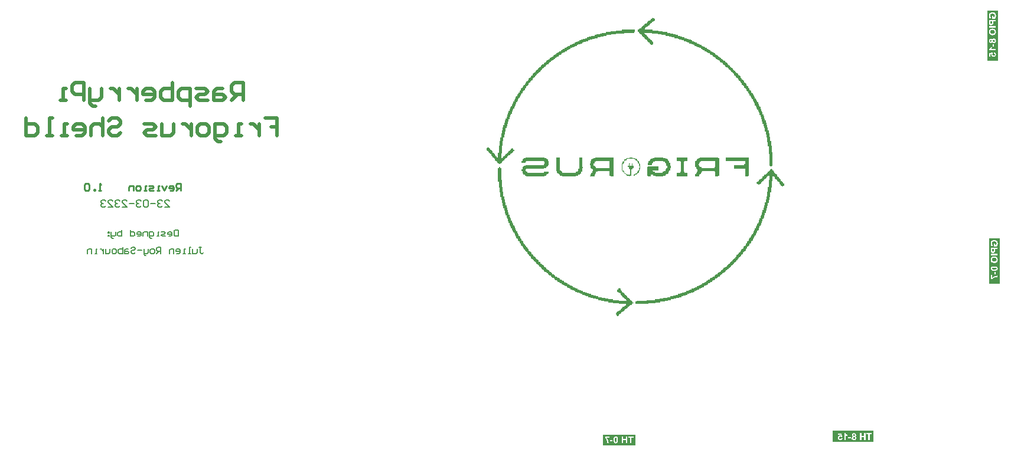
<source format=gbo>
G04*
G04 #@! TF.GenerationSoftware,Altium Limited,Altium Designer,22.11.1 (43)*
G04*
G04 Layer_Color=32896*
%FSLAX44Y44*%
%MOMM*%
G71*
G04*
G04 #@! TF.SameCoordinates,7B4F1FB2-3D38-43E9-9EC1-43097A92C870*
G04*
G04*
G04 #@! TF.FilePolarity,Positive*
G04*
G01*
G75*
%ADD77C,0.5080*%
%ADD96C,0.2032*%
%ADD97C,0.1800*%
%ADD98C,0.2286*%
G36*
X1029735Y437755D02*
X1028638D01*
Y436659D01*
X1014386D01*
Y435563D01*
X1002326D01*
Y434466D01*
X995748D01*
Y433370D01*
X989169D01*
Y432274D01*
X984784D01*
Y431177D01*
X980398D01*
Y430081D01*
X976013D01*
Y428984D01*
X971628D01*
Y427888D01*
X968338D01*
Y426792D01*
X965049D01*
Y425695D01*
X962857D01*
Y424599D01*
X959567D01*
Y423503D01*
X956279D01*
Y422406D01*
X954086D01*
Y421310D01*
X951893D01*
Y420214D01*
X948604D01*
Y419117D01*
X946411D01*
Y418021D01*
X944219D01*
Y416925D01*
X942026D01*
Y415828D01*
X939833D01*
Y414732D01*
X937640D01*
Y413635D01*
X935448D01*
Y412539D01*
X934351D01*
Y411443D01*
X932159D01*
Y410346D01*
X929966D01*
Y409250D01*
X928869D01*
Y408154D01*
X926677D01*
Y407057D01*
X924484D01*
Y405961D01*
X923388D01*
Y404865D01*
X921195D01*
Y403768D01*
X920098D01*
Y402672D01*
X917906D01*
Y401575D01*
X916809D01*
Y400479D01*
X915713D01*
Y399383D01*
X913520D01*
Y398286D01*
X912424D01*
Y397190D01*
X911328D01*
Y396094D01*
X909135D01*
Y394997D01*
X908038D01*
Y393901D01*
X906942D01*
Y392804D01*
X905846D01*
Y391708D01*
X903653D01*
Y390612D01*
X902557D01*
Y389515D01*
X901460D01*
Y388419D01*
X900364D01*
Y387323D01*
X899268D01*
Y386226D01*
X898171D01*
Y385130D01*
X897075D01*
Y384034D01*
X895978D01*
Y382937D01*
X894882D01*
Y381841D01*
X893786D01*
Y380745D01*
X892690D01*
Y379648D01*
X891593D01*
Y378552D01*
X890497D01*
Y377455D01*
X889400D01*
Y376359D01*
X888304D01*
Y375263D01*
X887208D01*
Y374166D01*
X886111D01*
Y373070D01*
X885015D01*
Y371974D01*
X883919D01*
Y370877D01*
X882822D01*
Y368685D01*
X881726D01*
Y367588D01*
X880630D01*
Y366492D01*
X879533D01*
Y365396D01*
X878437D01*
Y364299D01*
X877340D01*
Y362106D01*
X876244D01*
Y361010D01*
X875148D01*
Y359914D01*
X874051D01*
Y357721D01*
X872955D01*
Y356625D01*
X871859D01*
Y354432D01*
X870762D01*
Y353335D01*
X869666D01*
Y352239D01*
X868569D01*
Y350046D01*
X867473D01*
Y347854D01*
X866377D01*
Y346757D01*
X865280D01*
Y344565D01*
X864184D01*
Y343468D01*
X863088D01*
Y341275D01*
X861991D01*
Y339083D01*
X860895D01*
Y336890D01*
X859799D01*
Y334697D01*
X858702D01*
Y332505D01*
X857606D01*
Y330312D01*
X856509D01*
Y328119D01*
X855413D01*
Y325927D01*
X854317D01*
Y323734D01*
X853220D01*
Y320445D01*
X852124D01*
Y318252D01*
X851028D01*
Y316059D01*
X849931D01*
Y312770D01*
X848835D01*
Y309481D01*
X847739D01*
Y306192D01*
X846642D01*
Y302903D01*
X845546D01*
Y299614D01*
X844450D01*
Y295228D01*
X843353D01*
Y290843D01*
X842257D01*
Y286458D01*
X841161D01*
Y280976D01*
X840064D01*
Y274398D01*
X838968D01*
Y263434D01*
X837871D01*
Y256856D01*
X840064D01*
Y257952D01*
X841161D01*
Y259048D01*
X842257D01*
Y260145D01*
X843353D01*
Y261241D01*
X844450D01*
Y262337D01*
X845546D01*
Y263434D01*
X846642D01*
Y264530D01*
X847739D01*
Y265627D01*
X848835D01*
Y266723D01*
X849931D01*
Y267819D01*
X851028D01*
Y268916D01*
X852124D01*
Y270012D01*
X853220D01*
Y271108D01*
X854317D01*
Y270012D01*
X855413D01*
Y268916D01*
X856509D01*
Y266723D01*
X855413D01*
Y265627D01*
X854317D01*
Y264530D01*
X853220D01*
Y263434D01*
X852124D01*
Y262337D01*
X851028D01*
Y261241D01*
X848835D01*
Y260145D01*
X847739D01*
Y259048D01*
X846642D01*
Y257952D01*
X845546D01*
Y256856D01*
X844450D01*
Y255759D01*
X843353D01*
Y254663D01*
X842257D01*
Y253567D01*
X841161D01*
Y252470D01*
X840064D01*
Y251374D01*
X838968D01*
Y250278D01*
X837871D01*
Y249181D01*
X836775D01*
Y248085D01*
X834582D01*
Y249181D01*
X833486D01*
Y250278D01*
X832390D01*
Y251374D01*
X831293D01*
Y252470D01*
X830197D01*
Y253567D01*
X829100D01*
Y255759D01*
X828004D01*
Y256856D01*
X826908D01*
Y257952D01*
X825811D01*
Y259048D01*
X824715D01*
Y260145D01*
X823619D01*
Y262337D01*
X822522D01*
Y263434D01*
X821426D01*
Y264530D01*
X820330D01*
Y265627D01*
X819233D01*
Y266723D01*
X818137D01*
Y267819D01*
X817040D01*
Y271108D01*
X818137D01*
Y272205D01*
X820330D01*
Y271108D01*
X821426D01*
Y270012D01*
X822522D01*
Y268916D01*
X823619D01*
Y267819D01*
X824715D01*
Y266723D01*
X825811D01*
Y264530D01*
X826908D01*
Y263434D01*
X828004D01*
Y262337D01*
X829100D01*
Y261241D01*
X830197D01*
Y259048D01*
X831293D01*
Y257952D01*
X833486D01*
Y264530D01*
X834582D01*
Y274398D01*
X835679D01*
Y280976D01*
X836775D01*
Y286458D01*
X837871D01*
Y291939D01*
X838968D01*
Y296325D01*
X840064D01*
Y300710D01*
X841161D01*
Y303999D01*
X842257D01*
Y307288D01*
X843353D01*
Y310577D01*
X844450D01*
Y313867D01*
X845546D01*
Y316059D01*
X846642D01*
Y319348D01*
X847739D01*
Y321541D01*
X848835D01*
Y324830D01*
X849931D01*
Y327023D01*
X851028D01*
Y329216D01*
X852124D01*
Y331408D01*
X853220D01*
Y333601D01*
X854317D01*
Y335794D01*
X855413D01*
Y337986D01*
X856509D01*
Y340179D01*
X857606D01*
Y342372D01*
X858702D01*
Y344565D01*
X859799D01*
Y345661D01*
X860895D01*
Y347854D01*
X861991D01*
Y348950D01*
X863088D01*
Y351143D01*
X864184D01*
Y353335D01*
X865280D01*
Y354432D01*
X866377D01*
Y356625D01*
X867473D01*
Y357721D01*
X868569D01*
Y358817D01*
X869666D01*
Y361010D01*
X870762D01*
Y362106D01*
X871859D01*
Y363203D01*
X872955D01*
Y365396D01*
X874051D01*
Y366492D01*
X875148D01*
Y367588D01*
X876244D01*
Y368685D01*
X877340D01*
Y370877D01*
X878437D01*
Y371974D01*
X879533D01*
Y373070D01*
X880630D01*
Y374166D01*
X881726D01*
Y375263D01*
X882822D01*
Y377455D01*
X883919D01*
Y378552D01*
X885015D01*
Y379648D01*
X886111D01*
Y380745D01*
X887208D01*
Y381841D01*
X888304D01*
Y382937D01*
X889400D01*
Y384034D01*
X890497D01*
Y385130D01*
X891593D01*
Y386226D01*
X892690D01*
Y387323D01*
X893786D01*
Y388419D01*
X894882D01*
Y389515D01*
X895978D01*
Y390612D01*
X897075D01*
Y391708D01*
X899268D01*
Y392804D01*
X900364D01*
Y393901D01*
X901460D01*
Y394997D01*
X902557D01*
Y396094D01*
X903653D01*
Y397190D01*
X904749D01*
Y398286D01*
X906942D01*
Y399383D01*
X908038D01*
Y400479D01*
X909135D01*
Y401575D01*
X911328D01*
Y402672D01*
X912424D01*
Y403768D01*
X913520D01*
Y404865D01*
X915713D01*
Y405961D01*
X916809D01*
Y407057D01*
X919002D01*
Y408154D01*
X920098D01*
Y409250D01*
X921195D01*
Y410346D01*
X923388D01*
Y411443D01*
X925580D01*
Y412539D01*
X926677D01*
Y413635D01*
X928869D01*
Y414732D01*
X931062D01*
Y415828D01*
X932159D01*
Y416925D01*
X934351D01*
Y418021D01*
X936544D01*
Y419117D01*
X938737D01*
Y420214D01*
X940929D01*
Y421310D01*
X943122D01*
Y422406D01*
X945315D01*
Y423503D01*
X947508D01*
Y424599D01*
X949700D01*
Y425695D01*
X952989D01*
Y426792D01*
X955182D01*
Y427888D01*
X958471D01*
Y428984D01*
X960664D01*
Y430081D01*
X963953D01*
Y431177D01*
X967242D01*
Y432274D01*
X971628D01*
Y433370D01*
X974917D01*
Y434466D01*
X979302D01*
Y435563D01*
X982591D01*
Y436659D01*
X988073D01*
Y437755D01*
X994651D01*
Y438852D01*
X1002326D01*
Y439948D01*
X1011096D01*
Y441045D01*
X1029735D01*
Y437755D01*
D02*
G37*
G36*
X1056047Y457490D02*
X1057144D01*
Y456394D01*
X1058240D01*
Y454201D01*
X1057144D01*
Y453104D01*
X1056047D01*
Y452008D01*
X1053855D01*
Y450912D01*
X1052758D01*
Y449815D01*
X1051662D01*
Y448719D01*
X1050565D01*
Y447623D01*
X1049469D01*
Y446526D01*
X1048373D01*
Y445430D01*
X1046180D01*
Y444333D01*
X1045084D01*
Y443237D01*
X1043987D01*
Y441045D01*
X1054951D01*
Y439948D01*
X1063722D01*
Y438852D01*
X1069204D01*
Y437755D01*
X1075782D01*
Y436659D01*
X1080167D01*
Y435563D01*
X1084553D01*
Y434466D01*
X1087842D01*
Y433370D01*
X1091131D01*
Y432274D01*
X1094420D01*
Y431177D01*
X1097709D01*
Y430081D01*
X1100998D01*
Y428984D01*
X1104287D01*
Y427888D01*
X1106480D01*
Y426792D01*
X1109769D01*
Y425695D01*
X1111962D01*
Y424599D01*
X1114155D01*
Y423503D01*
X1116347D01*
Y422406D01*
X1118540D01*
Y421310D01*
X1120733D01*
Y420214D01*
X1122925D01*
Y419117D01*
X1125118D01*
Y418021D01*
X1127311D01*
Y416925D01*
X1129504D01*
Y415828D01*
X1130600D01*
Y414732D01*
X1132793D01*
Y413635D01*
X1134985D01*
Y412539D01*
X1136082D01*
Y411443D01*
X1138275D01*
Y410346D01*
X1139371D01*
Y409250D01*
X1141564D01*
Y408154D01*
X1142660D01*
Y407057D01*
X1144853D01*
Y405961D01*
X1145949D01*
Y404865D01*
X1147045D01*
Y403768D01*
X1149238D01*
Y402672D01*
X1150334D01*
Y401575D01*
X1151431D01*
Y400479D01*
X1153624D01*
Y399383D01*
X1154720D01*
Y398286D01*
X1155816D01*
Y397190D01*
X1156913D01*
Y396094D01*
X1159105D01*
Y394997D01*
X1160202D01*
Y393901D01*
X1161298D01*
Y392804D01*
X1162394D01*
Y391708D01*
X1163491D01*
Y390612D01*
X1164587D01*
Y389515D01*
X1165684D01*
Y388419D01*
X1166780D01*
Y387323D01*
X1167876D01*
Y386226D01*
X1168973D01*
Y385130D01*
X1170069D01*
Y384034D01*
X1171165D01*
Y382937D01*
X1172262D01*
Y381841D01*
X1173358D01*
Y380745D01*
X1174454D01*
Y379648D01*
X1175551D01*
Y378552D01*
X1176647D01*
Y377455D01*
X1177744D01*
Y376359D01*
X1178840D01*
Y375263D01*
X1179936D01*
Y374166D01*
X1181033D01*
Y371974D01*
X1182129D01*
Y370877D01*
X1183225D01*
Y369781D01*
X1184322D01*
Y368685D01*
X1185418D01*
Y367588D01*
X1186514D01*
Y365396D01*
X1187611D01*
Y364299D01*
X1188707D01*
Y363203D01*
X1189803D01*
Y362106D01*
Y361010D01*
X1190900D01*
Y359914D01*
X1191996D01*
Y357721D01*
X1193092D01*
Y356625D01*
X1194189D01*
Y354432D01*
X1195285D01*
Y353335D01*
X1196382D01*
Y351143D01*
X1197478D01*
Y350046D01*
X1198574D01*
Y347854D01*
X1199671D01*
Y346757D01*
X1200767D01*
Y344565D01*
X1201863D01*
Y342372D01*
X1202960D01*
Y340179D01*
X1204056D01*
Y339083D01*
X1205153D01*
Y336890D01*
X1206249D01*
Y334697D01*
X1207345D01*
Y332505D01*
X1208442D01*
Y330312D01*
X1209538D01*
Y327023D01*
X1210634D01*
Y324830D01*
X1211731D01*
Y322637D01*
X1212827D01*
Y319348D01*
X1213923D01*
Y317156D01*
X1215020D01*
Y313867D01*
X1216116D01*
Y310577D01*
X1217213D01*
Y307288D01*
X1218309D01*
Y303999D01*
X1219405D01*
Y300710D01*
X1220502D01*
Y296325D01*
X1221598D01*
Y291939D01*
X1222694D01*
Y287554D01*
X1223791D01*
Y280976D01*
X1224887D01*
Y274398D01*
X1225983D01*
Y265627D01*
X1227080D01*
Y245892D01*
X1225983D01*
Y244796D01*
X1223791D01*
Y245892D01*
X1222694D01*
Y262337D01*
X1221598D01*
Y273301D01*
X1220502D01*
Y279879D01*
X1219405D01*
Y286458D01*
X1218309D01*
Y290843D01*
X1217213D01*
Y295228D01*
X1216116D01*
Y299614D01*
X1215020D01*
Y302903D01*
X1213923D01*
Y306192D01*
X1212827D01*
Y309481D01*
X1211731D01*
Y312770D01*
X1210634D01*
Y316059D01*
X1209538D01*
Y318252D01*
X1208442D01*
Y321541D01*
X1207345D01*
Y323734D01*
X1206249D01*
Y325927D01*
X1205153D01*
Y328119D01*
X1204056D01*
Y330312D01*
X1202960D01*
Y332505D01*
X1201863D01*
Y335794D01*
X1200767D01*
Y336890D01*
X1199671D01*
Y339083D01*
X1198574D01*
Y341275D01*
X1197478D01*
Y343468D01*
X1196382D01*
Y344565D01*
X1195285D01*
Y346757D01*
X1194189D01*
Y348950D01*
X1193092D01*
Y350046D01*
X1191996D01*
Y352239D01*
X1190900D01*
Y353335D01*
X1189803D01*
Y355528D01*
X1188707D01*
Y356625D01*
X1187611D01*
Y357721D01*
X1186514D01*
Y359914D01*
X1185418D01*
Y361010D01*
X1184322D01*
Y362106D01*
X1183225D01*
Y364299D01*
X1182129D01*
Y365396D01*
X1181033D01*
Y366492D01*
X1179936D01*
Y367588D01*
X1178840D01*
Y369781D01*
X1177744D01*
Y370877D01*
X1176647D01*
Y371974D01*
X1175551D01*
Y373070D01*
X1174454D01*
Y374166D01*
X1173358D01*
Y375263D01*
X1172262D01*
Y377455D01*
X1171165D01*
Y378552D01*
X1170069D01*
Y379648D01*
X1168973D01*
Y380745D01*
X1167876D01*
Y381841D01*
X1166780D01*
Y382937D01*
X1165684D01*
Y384034D01*
X1164587D01*
Y385130D01*
X1163491D01*
Y386226D01*
X1162394D01*
Y387323D01*
X1160202D01*
Y388419D01*
X1159105D01*
Y389515D01*
X1158009D01*
Y390612D01*
X1156913D01*
Y391708D01*
X1155816D01*
Y392804D01*
X1154720D01*
Y393901D01*
X1152527D01*
Y394997D01*
X1151431D01*
Y396094D01*
X1150334D01*
Y397190D01*
X1149238D01*
Y398286D01*
X1147045D01*
Y399383D01*
X1145949D01*
Y400479D01*
X1144853D01*
Y401575D01*
X1142660D01*
Y402672D01*
X1141564D01*
Y403768D01*
X1140467D01*
Y404865D01*
X1138275D01*
Y405961D01*
X1137178D01*
Y407057D01*
X1134985D01*
Y408154D01*
X1132793D01*
Y409250D01*
X1131696D01*
Y410346D01*
X1129504D01*
Y411443D01*
X1127311D01*
Y412539D01*
X1126215D01*
Y413635D01*
X1124022D01*
Y414732D01*
X1121829D01*
Y415828D01*
X1119636D01*
Y416925D01*
X1117444D01*
Y418021D01*
X1115251D01*
Y419117D01*
X1113058D01*
Y420214D01*
X1110865D01*
Y421310D01*
X1107576D01*
Y422406D01*
X1105384D01*
Y423503D01*
X1103191D01*
Y424599D01*
X1099902D01*
Y425695D01*
X1096613D01*
Y426792D01*
X1093324D01*
Y427888D01*
X1091131D01*
Y428984D01*
X1086746D01*
Y430081D01*
X1082360D01*
Y431177D01*
X1079071D01*
Y432274D01*
X1073589D01*
Y433370D01*
X1068107D01*
Y434466D01*
X1062626D01*
Y435563D01*
X1053855D01*
Y436659D01*
X1042891D01*
Y435563D01*
X1043987D01*
Y434466D01*
X1045084D01*
Y433370D01*
X1046180D01*
Y432274D01*
X1047276D01*
Y431177D01*
X1048373D01*
Y430081D01*
X1049469D01*
Y428984D01*
X1050565D01*
Y427888D01*
X1051662D01*
Y426792D01*
X1052758D01*
Y425695D01*
X1053855D01*
Y424599D01*
X1054951D01*
Y423503D01*
X1056047D01*
Y420214D01*
X1054951D01*
Y419117D01*
X1052758D01*
Y420214D01*
X1051662D01*
Y421310D01*
X1050565D01*
Y422406D01*
X1049469D01*
Y423503D01*
X1048373D01*
Y424599D01*
X1047276D01*
Y425695D01*
X1046180D01*
Y426792D01*
X1045084D01*
Y427888D01*
X1043987D01*
Y428984D01*
X1042891D01*
Y430081D01*
X1041795D01*
Y431177D01*
X1040698D01*
Y432274D01*
X1039602D01*
Y433370D01*
X1038506D01*
Y434466D01*
X1037409D01*
Y435563D01*
X1036313D01*
Y436659D01*
X1035217D01*
Y437755D01*
X1034120D01*
Y441045D01*
X1035217D01*
Y442141D01*
X1036313D01*
Y443237D01*
X1038506D01*
Y444333D01*
X1039602D01*
Y445430D01*
X1040698D01*
Y446526D01*
X1041795D01*
Y447623D01*
X1042891D01*
Y448719D01*
X1043987D01*
Y449815D01*
X1046180D01*
Y450912D01*
X1047276D01*
Y452008D01*
X1048373D01*
Y453104D01*
X1049469D01*
Y454201D01*
X1051662D01*
Y455297D01*
X1052758D01*
Y456394D01*
X1053855D01*
Y457490D01*
X1054951D01*
Y458586D01*
X1056047D01*
Y457490D01*
D02*
G37*
G36*
X1070300Y256856D02*
X1073589D01*
Y255759D01*
X1075782D01*
Y254663D01*
X1076878D01*
Y253567D01*
X1077975D01*
Y252470D01*
X1079071D01*
Y250278D01*
X1080167D01*
Y245892D01*
X1081264D01*
Y242603D01*
X1080167D01*
Y239314D01*
X1079071D01*
Y237121D01*
X1077975D01*
Y234928D01*
X1076878D01*
Y233832D01*
X1074686D01*
Y232736D01*
X1073589D01*
Y231639D01*
X1070300D01*
Y230543D01*
X1059336D01*
Y231639D01*
X1056047D01*
Y232736D01*
X1052758D01*
Y230543D01*
X1048373D01*
Y231639D01*
X1047276D01*
Y243699D01*
X1048373D01*
Y244796D01*
X1063722D01*
Y239314D01*
X1054951D01*
Y238218D01*
X1056047D01*
Y237121D01*
X1058240D01*
Y236025D01*
X1069204D01*
Y237121D01*
X1071396D01*
Y238218D01*
X1073589D01*
Y240410D01*
X1074686D01*
Y242603D01*
X1075782D01*
Y245892D01*
X1074686D01*
Y249181D01*
X1073589D01*
Y250278D01*
X1072493D01*
Y251374D01*
X1070300D01*
Y252470D01*
X1058240D01*
Y251374D01*
X1056047D01*
Y250278D01*
X1054951D01*
Y249181D01*
X1053855D01*
Y246989D01*
X1048373D01*
Y250278D01*
X1049469D01*
Y252470D01*
X1050565D01*
Y253567D01*
X1051662D01*
Y254663D01*
X1052758D01*
Y255759D01*
X1054951D01*
Y256856D01*
X1057144D01*
Y257952D01*
X1070300D01*
Y256856D01*
D02*
G37*
G36*
X954086Y243699D02*
X955182D01*
Y242603D01*
X954086D01*
Y237121D01*
X952989D01*
Y234928D01*
X951893D01*
Y233832D01*
X950797D01*
Y232736D01*
X948604D01*
Y231639D01*
X945315D01*
Y230543D01*
X925580D01*
Y231639D01*
X922291D01*
Y232736D01*
X921195D01*
Y233832D01*
X920098D01*
Y234928D01*
X919002D01*
Y236025D01*
X917906D01*
Y238218D01*
X916809D01*
Y257952D01*
X922291D01*
Y239314D01*
X923388D01*
Y238218D01*
X924484D01*
Y237121D01*
X925580D01*
Y236025D01*
X945315D01*
Y237121D01*
X947508D01*
Y238218D01*
X948604D01*
Y241507D01*
X949700D01*
Y257952D01*
X954086D01*
Y243699D01*
D02*
G37*
G36*
X1026446Y256856D02*
X1029735D01*
Y255759D01*
X1031927D01*
Y254663D01*
X1033024D01*
Y253567D01*
X1034120D01*
Y252470D01*
X1035217D01*
Y250278D01*
X1036313D01*
Y248085D01*
X1037409D01*
Y240410D01*
X1036313D01*
Y238218D01*
X1035217D01*
Y236025D01*
X1034120D01*
Y234928D01*
X1033024D01*
Y233832D01*
X1031927D01*
Y232736D01*
X1029735D01*
Y231639D01*
X1027542D01*
Y232736D01*
X1028638D01*
Y233832D01*
X1030831D01*
Y234928D01*
X1031927D01*
Y236025D01*
X1033024D01*
Y237121D01*
X1034120D01*
Y239314D01*
X1035217D01*
Y242603D01*
X1036313D01*
Y245892D01*
X1035217D01*
Y249181D01*
X1034120D01*
Y251374D01*
X1033024D01*
Y252470D01*
X1031927D01*
Y253567D01*
X1030831D01*
Y254663D01*
X1028638D01*
Y255759D01*
X1018771D01*
Y254663D01*
X1017675D01*
Y253567D01*
X1015482D01*
Y252470D01*
X1014386D01*
Y254663D01*
X1016578D01*
Y255759D01*
X1017675D01*
Y256856D01*
X1022060D01*
Y257952D01*
X1026446D01*
Y256856D01*
D02*
G37*
G36*
X1193092Y231639D02*
X1191996D01*
Y230543D01*
X1187611D01*
Y241507D01*
X1172262D01*
Y246989D01*
X1186514D01*
Y248085D01*
X1187611D01*
Y252470D01*
X1160202D01*
Y257952D01*
X1193092D01*
Y231639D01*
D02*
G37*
G36*
X1149238Y256856D02*
X1150334D01*
Y231639D01*
X1149238D01*
Y230543D01*
X1144853D01*
Y237121D01*
X1143756D01*
Y238218D01*
X1126215D01*
Y237121D01*
X1125118D01*
Y236025D01*
X1124022D01*
Y233832D01*
X1122925D01*
Y232736D01*
X1121829D01*
Y230543D01*
X1116347D01*
Y231639D01*
Y233832D01*
X1117444D01*
Y236025D01*
X1118540D01*
Y237121D01*
X1119636D01*
Y240410D01*
X1118540D01*
Y241507D01*
X1117444D01*
Y243699D01*
X1116347D01*
Y252470D01*
X1117444D01*
Y253567D01*
X1118540D01*
Y254663D01*
X1119636D01*
Y255759D01*
X1120733D01*
Y256856D01*
X1122925D01*
Y257952D01*
X1149238D01*
Y256856D01*
D02*
G37*
G36*
X1105384Y252470D02*
X1100998D01*
Y251374D01*
X1099902D01*
Y237121D01*
X1100998D01*
Y236025D01*
X1105384D01*
Y230543D01*
X1090034D01*
Y231639D01*
Y236025D01*
X1094420D01*
Y237121D01*
X1095516D01*
Y251374D01*
X1094420D01*
Y252470D01*
X1090034D01*
Y257952D01*
X1105384D01*
Y252470D01*
D02*
G37*
G36*
X1014386Y250278D02*
X1013289D01*
Y249181D01*
Y248085D01*
X1012193D01*
Y239314D01*
X1013289D01*
Y238218D01*
X1014386D01*
Y236025D01*
X1015482D01*
Y234928D01*
X1016578D01*
Y233832D01*
X1018771D01*
Y232736D01*
X1023157D01*
Y240410D01*
X1022060D01*
Y241507D01*
X1020964D01*
Y243699D01*
X1019867D01*
Y245892D01*
X1020964D01*
Y249181D01*
X1023157D01*
Y248085D01*
X1022060D01*
Y245892D01*
X1025349D01*
Y249181D01*
X1026446D01*
Y245892D01*
X1027542D01*
Y242603D01*
X1026446D01*
Y240410D01*
X1024253D01*
Y238218D01*
Y237121D01*
Y231639D01*
X1022060D01*
Y230543D01*
X1020964D01*
Y231639D01*
X1017675D01*
Y232736D01*
X1016578D01*
Y233832D01*
X1015482D01*
Y234928D01*
X1014386D01*
Y236025D01*
X1013289D01*
Y237121D01*
X1012193D01*
Y238218D01*
Y239314D01*
X1011096D01*
Y249181D01*
X1012193D01*
Y251374D01*
X1013289D01*
Y252470D01*
X1014386D01*
Y250278D01*
D02*
G37*
G36*
X999036Y230543D02*
X994651D01*
Y231639D01*
X993555D01*
Y238218D01*
X976013D01*
Y237121D01*
X973820D01*
Y234928D01*
X972724D01*
Y232736D01*
X971628D01*
Y230543D01*
X965049D01*
Y231639D01*
X966146D01*
Y233832D01*
X967242D01*
Y236025D01*
X968338D01*
Y238218D01*
X969435D01*
Y240410D01*
X968338D01*
Y241507D01*
X967242D01*
Y242603D01*
X966146D01*
Y246989D01*
X965049D01*
Y249181D01*
X966146D01*
Y252470D01*
X967242D01*
Y254663D01*
X968338D01*
Y255759D01*
X970531D01*
Y256856D01*
X972724D01*
Y257952D01*
X999036D01*
Y230543D01*
D02*
G37*
G36*
X900364Y256856D02*
X902557D01*
Y255759D01*
X903653D01*
Y254663D01*
X904749D01*
Y252470D01*
X905846D01*
Y246989D01*
X904749D01*
Y244796D01*
X903653D01*
Y243699D01*
X902557D01*
Y242603D01*
X899268D01*
Y241507D01*
X874051D01*
Y240410D01*
X872955D01*
Y238218D01*
X874051D01*
Y237121D01*
X875148D01*
Y236025D01*
X899268D01*
Y237121D01*
X905846D01*
Y234928D01*
X904749D01*
Y233832D01*
X903653D01*
Y232736D01*
X902557D01*
Y231639D01*
X900364D01*
Y230543D01*
X874051D01*
Y231639D01*
X871859D01*
Y232736D01*
X869666D01*
Y234928D01*
X868569D01*
Y238218D01*
X867473D01*
Y240410D01*
X868569D01*
Y243699D01*
X869666D01*
Y244796D01*
X870762D01*
Y245892D01*
X872955D01*
Y246989D01*
X899268D01*
Y248085D01*
X900364D01*
Y251374D01*
X899268D01*
Y252470D01*
X874051D01*
Y251374D01*
X872955D01*
Y250278D01*
X867473D01*
Y252470D01*
X868569D01*
Y254663D01*
X869666D01*
Y255759D01*
X870762D01*
Y256856D01*
X872955D01*
Y257952D01*
X900364D01*
Y256856D01*
D02*
G37*
G36*
X1225983Y240410D02*
X1227080D01*
Y239314D01*
X1228176D01*
Y237121D01*
X1229273D01*
Y236025D01*
X1230369D01*
Y234928D01*
X1231465D01*
Y233832D01*
X1232562D01*
Y232736D01*
X1233658D01*
Y230543D01*
X1234754D01*
Y229447D01*
X1235851D01*
Y228350D01*
X1236947D01*
Y227254D01*
X1238043D01*
Y226158D01*
X1239140D01*
Y223965D01*
X1240236D01*
Y222868D01*
X1241332D01*
Y221772D01*
X1242429D01*
Y220676D01*
X1243525D01*
Y217387D01*
X1242429D01*
Y216290D01*
X1240236D01*
Y217387D01*
X1239140D01*
Y218483D01*
X1238043D01*
Y219579D01*
X1236947D01*
Y221772D01*
X1235851D01*
Y222868D01*
X1234754D01*
Y223965D01*
X1233658D01*
Y225061D01*
X1232562D01*
Y226158D01*
X1231465D01*
Y227254D01*
X1230369D01*
Y229447D01*
X1229273D01*
Y230543D01*
X1227080D01*
Y223965D01*
X1225983D01*
Y214098D01*
X1224887D01*
Y207519D01*
X1223791D01*
Y200941D01*
X1222694D01*
Y196556D01*
X1221598D01*
Y192170D01*
X1220502D01*
Y187785D01*
X1219405D01*
Y184496D01*
X1218309D01*
Y181207D01*
X1217213D01*
Y177918D01*
X1216116D01*
Y174629D01*
X1215020D01*
Y171339D01*
X1213923D01*
Y169147D01*
X1212827D01*
Y165858D01*
X1211731D01*
Y163665D01*
X1210634D01*
Y161472D01*
X1209538D01*
Y159279D01*
X1208442D01*
Y157087D01*
X1207345D01*
Y153798D01*
X1206249D01*
Y152701D01*
X1205153D01*
Y150509D01*
X1204056D01*
Y148316D01*
X1202960D01*
Y146123D01*
X1201863D01*
Y143931D01*
X1200767D01*
Y142834D01*
X1199671D01*
Y140641D01*
X1198574D01*
Y138449D01*
X1197478D01*
Y137352D01*
X1196382D01*
Y135160D01*
X1195285D01*
Y134063D01*
X1194189D01*
Y131870D01*
X1193092D01*
Y130774D01*
X1191996D01*
Y129678D01*
X1190900D01*
Y127485D01*
X1189803D01*
Y126389D01*
X1188707D01*
Y124196D01*
X1187611D01*
Y123100D01*
X1186514D01*
Y122003D01*
X1185418D01*
Y120907D01*
X1184322D01*
Y118714D01*
X1183225D01*
Y117618D01*
X1182129D01*
Y116521D01*
X1181033D01*
Y115425D01*
X1179936D01*
Y114329D01*
X1178840D01*
Y113232D01*
X1177744D01*
Y112136D01*
X1176647D01*
Y109943D01*
X1175551D01*
Y108847D01*
X1174454D01*
Y107751D01*
X1173358D01*
Y106654D01*
X1172262D01*
Y105558D01*
X1171165D01*
Y104461D01*
X1170069D01*
Y103365D01*
X1168973D01*
Y102269D01*
X1167876D01*
Y101172D01*
X1166780D01*
Y100076D01*
X1165684D01*
Y98980D01*
X1164587D01*
Y97883D01*
X1162394D01*
Y96787D01*
X1161298D01*
Y95691D01*
X1160202D01*
Y94594D01*
X1159105D01*
Y93498D01*
X1158009D01*
Y92402D01*
X1156913D01*
Y91305D01*
X1154720D01*
Y90209D01*
X1153624D01*
Y89112D01*
X1152527D01*
Y88016D01*
X1151431D01*
Y86920D01*
X1149238D01*
Y85823D01*
X1148142D01*
Y84727D01*
X1147045D01*
Y83631D01*
X1144853D01*
Y82534D01*
X1143756D01*
Y81438D01*
X1141564D01*
Y80342D01*
X1140467D01*
Y79245D01*
X1138275D01*
Y78149D01*
X1137178D01*
Y77052D01*
X1134985D01*
Y75956D01*
X1133889D01*
Y74860D01*
X1131696D01*
Y73763D01*
X1129504D01*
Y72667D01*
X1128407D01*
Y71571D01*
X1126215D01*
Y70474D01*
X1124022D01*
Y69378D01*
X1121829D01*
Y68281D01*
X1119636D01*
Y67185D01*
X1117444D01*
Y66089D01*
X1115251D01*
Y64992D01*
X1113058D01*
Y63896D01*
X1109769D01*
Y62800D01*
X1107576D01*
Y61703D01*
X1105384D01*
Y60607D01*
X1102094D01*
Y59511D01*
X1098805D01*
Y58414D01*
X1096613D01*
Y57318D01*
X1093324D01*
Y56221D01*
X1088938D01*
Y55125D01*
X1085649D01*
Y54029D01*
X1081264D01*
Y52933D01*
X1076878D01*
Y51836D01*
X1072493D01*
Y50740D01*
X1065915D01*
Y49643D01*
X1059336D01*
Y48547D01*
X1049469D01*
Y47451D01*
X1030831D01*
Y50740D01*
X1031927D01*
Y51836D01*
X1046180D01*
Y52933D01*
X1058240D01*
Y54029D01*
X1064818D01*
Y55125D01*
X1070300D01*
Y56221D01*
X1075782D01*
Y57318D01*
X1080167D01*
Y58414D01*
X1084553D01*
Y59511D01*
X1087842D01*
Y60607D01*
X1091131D01*
Y61703D01*
X1094420D01*
Y62800D01*
X1097709D01*
Y63896D01*
X1100998D01*
Y64992D01*
X1103191D01*
Y66089D01*
X1106480D01*
Y67185D01*
X1108673D01*
Y68281D01*
X1110865D01*
Y69378D01*
X1114155D01*
Y70474D01*
X1116347D01*
Y71571D01*
X1118540D01*
Y72667D01*
X1120733D01*
Y73763D01*
X1122925D01*
Y74860D01*
X1124022D01*
Y75956D01*
X1126215D01*
Y77052D01*
X1128407D01*
Y78149D01*
X1130600D01*
Y79245D01*
X1131696D01*
Y80342D01*
X1133889D01*
Y81438D01*
X1134985D01*
Y82534D01*
X1137178D01*
Y83631D01*
X1138275D01*
Y84727D01*
X1140467D01*
Y85823D01*
X1141564D01*
Y86920D01*
X1143756D01*
Y88016D01*
X1144853D01*
Y89112D01*
X1145949D01*
Y90209D01*
X1148142D01*
Y91305D01*
X1149238D01*
Y92402D01*
X1150334D01*
Y93498D01*
X1152527D01*
Y94594D01*
X1153624D01*
Y95691D01*
X1154720D01*
Y96787D01*
X1155816D01*
Y97883D01*
X1156913D01*
Y98980D01*
X1158009D01*
Y100076D01*
X1160202D01*
Y101172D01*
X1161298D01*
Y102269D01*
X1162394D01*
Y103365D01*
X1163491D01*
Y104461D01*
X1164587D01*
Y105558D01*
X1165684D01*
Y106654D01*
X1166780D01*
Y107751D01*
X1167876D01*
Y108847D01*
X1168973D01*
Y109943D01*
X1170069D01*
Y111040D01*
X1171165D01*
Y112136D01*
X1172262D01*
Y113232D01*
X1173358D01*
Y114329D01*
X1174454D01*
Y115425D01*
X1175551D01*
Y117618D01*
X1176647D01*
Y118714D01*
X1177744D01*
Y119810D01*
X1178840D01*
Y120907D01*
X1179936D01*
Y122003D01*
X1181033D01*
Y124196D01*
X1182129D01*
Y125292D01*
X1183225D01*
Y126389D01*
X1184322D01*
Y127485D01*
X1185418D01*
Y129678D01*
X1186514D01*
Y130774D01*
X1187611D01*
Y131870D01*
X1188707D01*
Y134063D01*
X1189803D01*
Y135160D01*
X1190900D01*
Y137352D01*
X1191996D01*
Y138449D01*
X1193092D01*
Y140641D01*
X1194189D01*
Y142834D01*
X1195285D01*
Y143931D01*
X1196382D01*
Y146123D01*
X1197478D01*
Y147219D01*
X1198574D01*
Y149412D01*
X1199671D01*
Y151605D01*
X1200767D01*
Y153798D01*
X1201863D01*
Y155990D01*
X1202960D01*
Y158183D01*
X1204056D01*
Y160376D01*
X1205153D01*
Y162569D01*
X1206249D01*
Y164761D01*
X1207345D01*
Y168050D01*
X1208442D01*
Y170243D01*
X1209538D01*
Y173532D01*
X1210634D01*
Y175725D01*
X1211731D01*
Y179014D01*
X1212827D01*
Y182303D01*
X1213923D01*
Y185592D01*
X1215020D01*
Y188881D01*
X1216116D01*
Y193267D01*
X1217213D01*
Y197652D01*
X1218309D01*
Y202038D01*
X1219405D01*
Y208616D01*
X1220502D01*
Y215194D01*
X1221598D01*
Y225061D01*
X1222694D01*
Y231639D01*
X1220502D01*
Y230543D01*
X1219405D01*
Y229447D01*
X1218309D01*
Y228350D01*
X1217213D01*
Y227254D01*
X1216116D01*
Y226158D01*
X1215020D01*
Y225061D01*
X1213923D01*
Y223965D01*
X1212827D01*
Y222868D01*
X1211731D01*
Y221772D01*
X1210634D01*
Y220676D01*
X1209538D01*
Y219579D01*
X1208442D01*
Y218483D01*
X1206249D01*
Y219579D01*
X1205153D01*
Y220676D01*
X1204056D01*
Y221772D01*
X1205153D01*
Y222868D01*
X1206249D01*
Y223965D01*
X1207345D01*
Y225061D01*
X1208442D01*
Y226158D01*
X1209538D01*
Y227254D01*
X1211731D01*
Y228350D01*
X1212827D01*
Y230543D01*
X1213923D01*
Y231639D01*
X1215020D01*
Y232736D01*
X1217213D01*
Y233832D01*
X1218309D01*
Y234928D01*
X1219405D01*
Y236025D01*
X1220502D01*
Y237121D01*
X1221598D01*
Y238218D01*
X1222694D01*
Y239314D01*
X1223791D01*
Y240410D01*
X1224887D01*
Y241507D01*
X1225983D01*
Y240410D01*
D02*
G37*
G36*
X836775Y242603D02*
X837871D01*
Y225061D01*
X838968D01*
Y215194D01*
X840064D01*
Y208616D01*
X841161D01*
Y202038D01*
X842257D01*
Y197652D01*
X843353D01*
Y193267D01*
X844450D01*
Y188881D01*
X845546D01*
Y185592D01*
X846642D01*
Y182303D01*
X847739D01*
Y179014D01*
X848835D01*
Y175725D01*
X849931D01*
Y172436D01*
X851028D01*
Y170243D01*
X852124D01*
Y166954D01*
X853220D01*
Y164761D01*
X854317D01*
Y162569D01*
X855413D01*
Y160376D01*
X856509D01*
Y158183D01*
X857606D01*
Y155990D01*
X858702D01*
Y153798D01*
X859799D01*
Y151605D01*
X860895D01*
Y149412D01*
X861991D01*
Y147219D01*
X863088D01*
Y145027D01*
X864184D01*
Y143931D01*
X865280D01*
Y141738D01*
X866377D01*
Y140641D01*
X867473D01*
Y138449D01*
X868569D01*
Y137352D01*
X869666D01*
Y135160D01*
X870762D01*
Y132967D01*
X871859D01*
Y131870D01*
X872955D01*
Y130774D01*
X874051D01*
Y128581D01*
X875148D01*
Y127485D01*
X876244D01*
Y126389D01*
X877340D01*
Y124196D01*
X878437D01*
Y123100D01*
X879533D01*
Y122003D01*
X880630D01*
Y120907D01*
X881726D01*
Y118714D01*
X882822D01*
Y117618D01*
X883919D01*
Y116521D01*
X885015D01*
Y115425D01*
X886111D01*
Y114329D01*
X887208D01*
Y113232D01*
X888304D01*
Y112136D01*
X889400D01*
Y111040D01*
X890497D01*
Y109943D01*
X891593D01*
Y107751D01*
X893786D01*
Y105558D01*
X895978D01*
Y104461D01*
X897075D01*
Y103365D01*
X898171D01*
Y102269D01*
X899268D01*
Y101172D01*
X900364D01*
Y100076D01*
X901460D01*
Y98980D01*
X902557D01*
Y97883D01*
X903653D01*
Y96787D01*
X904749D01*
Y95691D01*
X906942D01*
Y94594D01*
X908038D01*
Y93498D01*
X909135D01*
Y92402D01*
X910231D01*
Y91305D01*
X911328D01*
Y90209D01*
X913520D01*
Y89112D01*
X914617D01*
Y88016D01*
X915713D01*
Y86920D01*
X917906D01*
Y85823D01*
X919002D01*
Y84727D01*
X921195D01*
Y83631D01*
X922291D01*
Y82534D01*
X924484D01*
Y81438D01*
X925580D01*
Y80342D01*
X927773D01*
Y79245D01*
X928869D01*
Y78149D01*
X931062D01*
Y77052D01*
X933255D01*
Y75956D01*
X935448D01*
Y74860D01*
X936544D01*
Y73763D01*
X938737D01*
Y72667D01*
X940929D01*
Y71571D01*
X943122D01*
Y70474D01*
X945315D01*
Y69378D01*
X947508D01*
Y68281D01*
X949700D01*
Y67185D01*
X952989D01*
Y66089D01*
X955182D01*
Y64992D01*
X958471D01*
Y63896D01*
X960664D01*
Y62800D01*
X963953D01*
Y61703D01*
X967242D01*
Y60607D01*
X970531D01*
Y59511D01*
X973820D01*
Y58414D01*
X977109D01*
Y57318D01*
X982591D01*
Y56221D01*
X986977D01*
Y55125D01*
X991362D01*
Y54029D01*
X997940D01*
Y52933D01*
X1006711D01*
Y51836D01*
X1017675D01*
Y52933D01*
X1016578D01*
Y54029D01*
X1015482D01*
Y55125D01*
X1014386D01*
Y56221D01*
X1013289D01*
Y57318D01*
X1012193D01*
Y58414D01*
X1011096D01*
Y59511D01*
X1010000D01*
Y60607D01*
X1008904D01*
Y62800D01*
X1007807D01*
Y63896D01*
X1005615D01*
Y64992D01*
X1004518D01*
Y68281D01*
X1005615D01*
Y69378D01*
X1006711D01*
Y70474D01*
X1007807D01*
Y69378D01*
X1008904D01*
Y67185D01*
X1010000D01*
Y66089D01*
X1011096D01*
Y64992D01*
X1012193D01*
Y63896D01*
X1013289D01*
Y62800D01*
X1014386D01*
Y61703D01*
X1015482D01*
Y60607D01*
X1016578D01*
Y59511D01*
X1017675D01*
Y58414D01*
X1018771D01*
Y57318D01*
X1019867D01*
Y56221D01*
X1020964D01*
Y55125D01*
X1022060D01*
Y54029D01*
X1023157D01*
Y52933D01*
X1024253D01*
Y51836D01*
X1025349D01*
Y50740D01*
X1026446D01*
Y49643D01*
X1027542D01*
Y48547D01*
X1026446D01*
Y47451D01*
X1025349D01*
Y46354D01*
X1023157D01*
Y45258D01*
X1022060D01*
Y44162D01*
X1020964D01*
Y43065D01*
X1019867D01*
Y41969D01*
X1018771D01*
Y40873D01*
X1016578D01*
Y39776D01*
X1015482D01*
Y38680D01*
X1014386D01*
Y37583D01*
X1013289D01*
Y36487D01*
X1012193D01*
Y35391D01*
X1010000D01*
Y34294D01*
X1008904D01*
Y33198D01*
X1007807D01*
Y32102D01*
X1006711D01*
Y31005D01*
X1005615D01*
Y29909D01*
X1004518D01*
Y31005D01*
X1003422D01*
Y32102D01*
X1002326D01*
Y34294D01*
X1003422D01*
Y35391D01*
X1004518D01*
Y36487D01*
X1005615D01*
Y37583D01*
X1007807D01*
Y38680D01*
X1008904D01*
Y39776D01*
X1010000D01*
Y40873D01*
X1011096D01*
Y41969D01*
X1012193D01*
Y43065D01*
X1014386D01*
Y44162D01*
X1015482D01*
Y45258D01*
X1016578D01*
Y47451D01*
X1006711D01*
Y48547D01*
X997940D01*
Y49643D01*
X991362D01*
Y50740D01*
X985880D01*
Y51836D01*
X981495D01*
Y52933D01*
X977109D01*
Y54029D01*
X973820D01*
Y55125D01*
X969435D01*
Y56221D01*
X966146D01*
Y57318D01*
X962857D01*
Y58414D01*
X959567D01*
Y59511D01*
X957375D01*
Y60607D01*
X954086D01*
Y61703D01*
X951893D01*
Y62800D01*
X949700D01*
Y63896D01*
X946411D01*
Y64992D01*
X944219D01*
Y66089D01*
X942026D01*
Y67185D01*
X939833D01*
Y68281D01*
X937640D01*
Y69378D01*
X935448D01*
Y70474D01*
X933255D01*
Y71571D01*
X932159D01*
Y72667D01*
X929966D01*
Y73763D01*
X927773D01*
Y74860D01*
X926677D01*
Y75956D01*
X924484D01*
Y77052D01*
X922291D01*
Y78149D01*
X921195D01*
Y79245D01*
X919002D01*
Y80342D01*
X917906D01*
Y81438D01*
X915713D01*
Y82534D01*
X914617D01*
Y83631D01*
X913520D01*
Y84727D01*
X911328D01*
Y85823D01*
X910231D01*
Y86920D01*
X909135D01*
Y88016D01*
X906942D01*
Y89112D01*
X905846D01*
Y90209D01*
X904749D01*
Y91305D01*
X903653D01*
Y92402D01*
X902557D01*
Y93498D01*
X900364D01*
Y94594D01*
X899268D01*
Y95691D01*
X898171D01*
Y96787D01*
X897075D01*
Y97883D01*
X895978D01*
Y98980D01*
X894882D01*
Y100076D01*
X893786D01*
Y101172D01*
X892690D01*
Y102269D01*
X891593D01*
Y103365D01*
X890497D01*
Y104461D01*
X889400D01*
Y105558D01*
X888304D01*
Y106654D01*
X887208D01*
Y107751D01*
X886111D01*
Y108847D01*
X885015D01*
Y109943D01*
X883919D01*
Y111040D01*
X882822D01*
Y112136D01*
X881726D01*
Y113232D01*
X880630D01*
Y115425D01*
X879533D01*
Y116521D01*
X878437D01*
Y117618D01*
X877340D01*
Y118714D01*
X876244D01*
Y119810D01*
X875148D01*
Y122003D01*
X874051D01*
Y123100D01*
X872955D01*
Y124196D01*
X871859D01*
Y125292D01*
X870762D01*
Y127485D01*
X869666D01*
Y128581D01*
X868569D01*
Y130774D01*
X867473D01*
Y131870D01*
X866377D01*
Y134063D01*
X865280D01*
Y135160D01*
X864184D01*
Y137352D01*
X863088D01*
Y138449D01*
X861991D01*
Y140641D01*
X860895D01*
Y141738D01*
X859799D01*
Y143931D01*
X858702D01*
Y146123D01*
X857606D01*
Y148316D01*
X856509D01*
Y150509D01*
X855413D01*
Y151605D01*
X854317D01*
Y153798D01*
X853220D01*
Y155990D01*
X852124D01*
Y158183D01*
X851028D01*
Y160376D01*
X849931D01*
Y163665D01*
X848835D01*
Y165858D01*
X847739D01*
Y169147D01*
X846642D01*
Y171339D01*
X845546D01*
Y174629D01*
X844450D01*
Y176821D01*
X843353D01*
Y181207D01*
X842257D01*
Y184496D01*
X841161D01*
Y187785D01*
X840064D01*
Y192170D01*
X838968D01*
Y196556D01*
X837871D01*
Y200941D01*
X836775D01*
Y207519D01*
X835679D01*
Y214098D01*
X834582D01*
Y222868D01*
X833486D01*
Y242603D01*
X834582D01*
Y243699D01*
X836775D01*
Y242603D01*
D02*
G37*
G36*
X1549908Y396494D02*
X1534706D01*
Y468630D01*
X1549908D01*
Y396494D01*
D02*
G37*
G36*
X1371854Y-150622D02*
X1313020D01*
Y-134383D01*
X1371854D01*
Y-150622D01*
D02*
G37*
G36*
X1552448Y76294D02*
X1537246D01*
Y141732D01*
X1552448D01*
Y76294D01*
D02*
G37*
G36*
X1030224Y-155194D02*
X983888D01*
Y-140119D01*
X1030224D01*
Y-155194D01*
D02*
G37*
%LPC*%
G36*
X1144853Y252470D02*
X1124022D01*
Y251374D01*
X1122925D01*
Y250278D01*
X1121829D01*
Y248085D01*
X1120733D01*
Y246989D01*
X1121829D01*
Y244796D01*
X1122925D01*
Y243699D01*
X1125118D01*
Y242603D01*
X1143756D01*
Y243699D01*
X1144853D01*
Y252470D01*
D02*
G37*
G36*
X993555D02*
X973820D01*
Y251374D01*
X971628D01*
Y249181D01*
X970531D01*
Y245892D01*
X971628D01*
Y244796D01*
X972724D01*
Y243699D01*
X973820D01*
Y242603D01*
X993555D01*
Y252470D01*
D02*
G37*
G36*
X1547368Y466090D02*
X1537246D01*
Y456969D01*
Y461086D01*
X1537260Y460959D01*
X1537274Y460804D01*
X1537289Y460620D01*
X1537303Y460423D01*
X1537345Y460212D01*
X1537430Y459760D01*
X1537571Y459295D01*
X1537655Y459056D01*
X1537754Y458830D01*
X1537867Y458619D01*
X1538008Y458421D01*
X1538022Y458407D01*
X1538036Y458379D01*
X1538092Y458323D01*
X1538149Y458252D01*
X1538219Y458167D01*
X1538318Y458083D01*
X1538430Y457984D01*
X1538557Y457871D01*
X1538698Y457759D01*
X1538853Y457646D01*
X1539023Y457533D01*
X1539220Y457434D01*
X1539417Y457322D01*
X1539629Y457237D01*
X1539868Y457152D01*
X1540108Y457096D01*
X1540475Y459056D01*
X1540461D01*
X1540446Y459070D01*
X1540362Y459098D01*
X1540235Y459154D01*
X1540066Y459239D01*
X1539883Y459338D01*
X1539699Y459478D01*
X1539516Y459648D01*
X1539347Y459845D01*
X1539333Y459873D01*
X1539276Y459944D01*
X1539206Y460071D01*
X1539135Y460226D01*
X1539051Y460437D01*
X1538994Y460677D01*
X1538938Y460945D01*
X1538924Y461255D01*
Y461382D01*
X1538938Y461466D01*
X1538952Y461579D01*
X1538966Y461706D01*
X1538994Y461847D01*
X1539023Y462002D01*
X1539121Y462326D01*
X1539192Y462495D01*
X1539276Y462664D01*
X1539375Y462834D01*
X1539474Y463003D01*
X1539615Y463158D01*
X1539756Y463313D01*
X1539770Y463327D01*
X1539798Y463341D01*
X1539840Y463383D01*
X1539911Y463426D01*
X1539995Y463482D01*
X1540094Y463553D01*
X1540221Y463623D01*
X1540362Y463679D01*
X1540531Y463750D01*
X1540714Y463820D01*
X1540912Y463891D01*
X1541123Y463947D01*
X1541363Y463989D01*
X1541631Y464032D01*
X1541898Y464046D01*
X1542194Y464060D01*
X1542209D01*
X1542265D01*
X1542364D01*
X1542476Y464046D01*
X1542631Y464032D01*
X1542787Y464018D01*
X1542984Y463989D01*
X1543181Y463961D01*
X1543604Y463877D01*
X1544041Y463736D01*
X1544253Y463651D01*
X1544450Y463553D01*
X1544647Y463426D01*
X1544816Y463299D01*
X1544830Y463285D01*
X1544859Y463256D01*
X1544901Y463214D01*
X1544957Y463158D01*
X1545014Y463073D01*
X1545098Y462989D01*
X1545169Y462876D01*
X1545253Y462749D01*
X1545338Y462608D01*
X1545408Y462467D01*
X1545549Y462115D01*
X1545606Y461917D01*
X1545648Y461720D01*
X1545676Y461494D01*
X1545690Y461269D01*
Y461156D01*
X1545676Y461043D01*
X1545662Y460874D01*
X1545634Y460691D01*
X1545592Y460479D01*
X1545535Y460254D01*
X1545451Y460028D01*
Y460014D01*
X1545437Y460000D01*
X1545408Y459930D01*
X1545352Y459803D01*
X1545282Y459662D01*
X1545197Y459493D01*
X1545098Y459309D01*
X1544986Y459126D01*
X1544859Y458957D01*
X1543604D01*
Y461212D01*
X1541955D01*
Y456969D01*
X1537246D01*
X1547368D01*
X1545874D01*
X1545902Y456997D01*
X1545930Y457040D01*
X1545972Y457082D01*
X1546029Y457152D01*
X1546085Y457223D01*
X1546226Y457420D01*
X1546381Y457688D01*
X1546564Y457998D01*
X1546748Y458351D01*
X1546917Y458774D01*
Y458788D01*
X1546931Y458830D01*
X1546959Y458886D01*
X1546987Y458971D01*
X1547016Y459084D01*
X1547058Y459211D01*
X1547100Y459352D01*
X1547142Y459507D01*
X1547227Y459859D01*
X1547298Y460268D01*
X1547354Y460691D01*
X1547368Y461142D01*
Y461297D01*
X1547354Y461396D01*
Y461537D01*
X1547340Y461692D01*
X1547312Y461861D01*
X1547283Y462058D01*
X1547213Y462467D01*
X1547100Y462918D01*
X1546945Y463383D01*
X1546846Y463595D01*
X1546734Y463820D01*
X1546720Y463834D01*
X1546705Y463863D01*
X1546663Y463933D01*
X1546607Y464004D01*
X1546550Y464102D01*
X1546466Y464201D01*
X1546367Y464328D01*
X1546254Y464455D01*
X1546001Y464737D01*
X1545676Y465019D01*
X1545310Y465286D01*
X1544887Y465526D01*
X1544873D01*
X1544830Y465554D01*
X1544760Y465583D01*
X1544675Y465611D01*
X1544563Y465653D01*
X1544436Y465709D01*
X1544281Y465752D01*
X1544112Y465808D01*
X1543928Y465864D01*
X1543717Y465907D01*
X1543280Y466005D01*
X1542801Y466062D01*
X1542279Y466090D01*
X1547368D01*
D02*
G37*
G36*
X1547185Y455137D02*
X1537430D01*
Y447665D01*
D01*
Y451542D01*
X1537444Y451387D01*
Y451020D01*
X1537472Y450626D01*
X1537500Y450231D01*
X1537514Y450062D01*
X1537528Y449893D01*
X1537556Y449752D01*
X1537585Y449639D01*
Y449625D01*
X1537599Y449596D01*
X1537613Y449554D01*
X1537627Y449498D01*
X1537697Y449343D01*
X1537782Y449145D01*
X1537909Y448934D01*
X1538078Y448694D01*
X1538289Y448469D01*
X1538543Y448243D01*
X1538557D01*
X1538571Y448215D01*
X1538614Y448187D01*
X1538670Y448159D01*
X1538755Y448102D01*
X1538839Y448060D01*
X1538938Y448004D01*
X1539051Y447947D01*
X1539333Y447849D01*
X1539643Y447750D01*
X1540023Y447693D01*
X1540432Y447665D01*
X1547185D01*
X1540587D01*
X1540658Y447679D01*
X1540757D01*
X1540954Y447707D01*
X1541194Y447750D01*
X1541461Y447806D01*
X1541715Y447891D01*
X1541955Y448004D01*
X1541983Y448018D01*
X1542053Y448060D01*
X1542166Y448130D01*
X1542307Y448229D01*
X1542448Y448342D01*
X1542617Y448497D01*
X1542772Y448652D01*
X1542913Y448835D01*
X1542927Y448863D01*
X1542970Y448920D01*
X1543026Y449019D01*
X1543097Y449145D01*
X1543181Y449300D01*
X1543252Y449470D01*
X1543322Y449653D01*
X1543378Y449850D01*
Y449878D01*
X1543393Y449921D01*
Y449977D01*
X1543407Y450048D01*
X1543421Y450146D01*
X1543435Y450245D01*
Y450372D01*
X1543449Y450499D01*
X1543463Y450654D01*
X1543477Y450823D01*
X1543491Y451006D01*
Y451204D01*
X1543505Y451415D01*
Y453163D01*
X1547185D01*
Y455137D01*
D02*
G37*
G36*
Y446115D02*
X1537430D01*
Y444141D01*
X1547185D01*
Y446115D01*
D02*
G37*
G36*
X1542378Y442661D02*
X1537246D01*
X1542237D01*
X1542124Y442647D01*
X1541997D01*
X1541856Y442633D01*
X1541687Y442618D01*
X1541504Y442604D01*
X1541109Y442548D01*
X1540686Y442477D01*
X1540263Y442365D01*
X1539868Y442224D01*
X1539854D01*
X1539840Y442210D01*
X1539798Y442182D01*
X1539742Y442167D01*
X1539601Y442083D01*
X1539417Y441984D01*
X1539206Y441857D01*
X1538994Y441702D01*
X1538755Y441519D01*
X1538529Y441322D01*
X1538515Y441307D01*
X1538501Y441293D01*
X1538430Y441223D01*
X1538318Y441096D01*
X1538191Y440941D01*
X1538050Y440758D01*
X1537895Y440546D01*
X1537754Y440307D01*
X1537641Y440053D01*
Y440039D01*
X1537627Y440011D01*
X1537599Y439954D01*
X1537585Y439884D01*
X1537542Y439799D01*
X1537514Y439700D01*
X1537486Y439574D01*
X1537444Y439447D01*
X1537373Y439137D01*
X1537303Y438784D01*
X1537260Y438375D01*
X1537246Y437952D01*
Y437854D01*
X1537260Y437741D01*
Y437600D01*
X1537289Y437417D01*
X1537317Y437205D01*
X1537359Y436966D01*
X1537415Y436712D01*
X1537486Y436444D01*
X1537571Y436162D01*
X1537683Y435880D01*
X1537810Y435584D01*
X1537965Y435302D01*
X1538149Y435020D01*
X1538360Y434752D01*
X1538600Y434499D01*
X1538614Y434484D01*
X1538656Y434442D01*
X1538741Y434372D01*
X1538839Y434301D01*
X1538980Y434203D01*
X1539149Y434090D01*
X1539347Y433977D01*
X1539572Y433850D01*
X1539812Y433723D01*
X1540094Y433610D01*
X1540404Y433498D01*
X1540728Y433399D01*
X1541095Y433315D01*
X1541476Y433258D01*
X1541884Y433216D01*
X1542321Y433202D01*
X1537246D01*
X1547368D01*
Y438023D01*
X1547354Y438136D01*
X1547340Y438277D01*
X1547326Y438460D01*
X1547298Y438671D01*
X1547255Y438911D01*
X1547199Y439165D01*
X1547128Y439447D01*
X1547044Y439715D01*
X1546931Y440011D01*
X1546804Y440293D01*
X1546663Y440588D01*
X1546480Y440856D01*
X1546283Y441124D01*
X1546043Y441378D01*
X1546029Y441392D01*
X1545986Y441434D01*
X1545902Y441491D01*
X1545803Y441575D01*
X1545662Y441674D01*
X1545493Y441787D01*
X1545310Y441899D01*
X1545084Y442012D01*
X1544845Y442139D01*
X1544563Y442252D01*
X1544267Y442365D01*
X1543942Y442463D01*
X1543590Y442548D01*
X1543209Y442604D01*
X1542801Y442647D01*
X1542378Y442661D01*
D02*
G37*
G36*
X1544408Y428310D02*
X1544267D01*
X1544112Y428296D01*
X1543928Y428268D01*
X1543703Y428211D01*
X1543449Y428155D01*
X1543195Y428056D01*
X1542941Y427929D01*
X1542927D01*
X1542913Y427915D01*
X1542829Y427859D01*
X1542716Y427760D01*
X1542561Y427619D01*
X1542392Y427450D01*
X1542223Y427239D01*
X1542068Y426985D01*
X1541913Y426689D01*
Y426703D01*
X1541898Y426717D01*
X1541856Y426802D01*
X1541786Y426928D01*
X1541701Y427084D01*
X1541574Y427267D01*
X1541433Y427436D01*
X1541264Y427605D01*
X1541081Y427746D01*
X1541053Y427760D01*
X1540982Y427803D01*
X1540883Y427845D01*
X1540728Y427901D01*
X1540559Y427972D01*
X1540348Y428014D01*
X1540136Y428056D01*
X1539897Y428070D01*
X1539883D01*
X1539854D01*
X1539798D01*
X1539713Y428056D01*
X1539629Y428042D01*
X1539516Y428028D01*
X1539262Y427972D01*
X1538980Y427887D01*
X1538670Y427746D01*
X1538529Y427662D01*
X1538374Y427563D01*
X1538233Y427436D01*
X1538092Y427309D01*
X1538078Y427295D01*
X1538064Y427267D01*
X1538022Y427225D01*
X1537979Y427168D01*
X1537923Y427084D01*
X1537867Y426999D01*
X1537796Y426886D01*
X1537726Y426745D01*
X1537669Y426604D01*
X1537599Y426449D01*
X1537542Y426266D01*
X1537486Y426069D01*
X1537444Y425857D01*
X1537401Y425632D01*
X1537387Y425392D01*
X1537373Y425138D01*
Y425434D01*
Y425138D01*
D01*
Y424997D01*
X1537387Y424913D01*
X1537401Y424786D01*
X1537415Y424659D01*
X1537430Y424504D01*
X1537458Y424349D01*
X1537542Y423996D01*
X1537669Y423630D01*
X1537754Y423461D01*
X1537852Y423277D01*
X1537965Y423122D01*
X1538092Y422967D01*
X1538106Y422953D01*
X1538120Y422939D01*
X1538163Y422897D01*
X1538219Y422840D01*
X1538289Y422784D01*
X1538374Y422728D01*
X1538586Y422573D01*
X1538853Y422432D01*
X1539149Y422319D01*
X1539502Y422220D01*
X1539699Y422206D01*
X1539897Y422192D01*
X1539911D01*
X1539925D01*
X1540009D01*
X1540136Y422206D01*
X1540305Y422234D01*
X1540489Y422276D01*
X1540686Y422347D01*
X1540898Y422432D01*
X1541109Y422559D01*
X1541137Y422573D01*
X1541194Y422629D01*
X1541292Y422699D01*
X1541405Y422812D01*
X1541546Y422953D01*
X1541673Y423122D01*
X1541800Y423320D01*
X1541913Y423545D01*
Y423531D01*
X1541927Y423503D01*
X1541941Y423461D01*
X1541969Y423404D01*
X1542053Y423263D01*
X1542166Y423080D01*
X1542293Y422883D01*
X1542462Y422671D01*
X1542660Y422474D01*
X1542885Y422305D01*
X1542913Y422291D01*
X1542998Y422234D01*
X1543125Y422164D01*
X1543294Y422093D01*
X1543505Y422009D01*
X1543759Y421952D01*
X1544027Y421896D01*
X1544323Y421882D01*
X1537373D01*
X1544450D01*
X1544549Y421896D01*
X1544661Y421910D01*
X1544802Y421924D01*
X1544943Y421952D01*
X1545098Y421995D01*
X1545451Y422093D01*
X1545634Y422164D01*
X1545817Y422248D01*
X1546001Y422347D01*
X1546184Y422474D01*
X1546353Y422601D01*
X1546522Y422756D01*
X1546536Y422770D01*
X1546564Y422798D01*
X1546607Y422840D01*
X1546649Y422911D01*
X1546720Y422995D01*
X1546790Y423108D01*
X1546861Y423221D01*
X1546945Y423362D01*
X1547030Y423517D01*
X1547100Y423700D01*
X1547171Y423884D01*
X1547241Y424081D01*
X1547283Y424306D01*
X1547326Y424546D01*
X1547354Y424786D01*
X1547368Y425054D01*
Y425181D01*
X1547354Y425279D01*
X1547340Y425392D01*
X1547326Y425519D01*
X1547312Y425660D01*
X1547283Y425829D01*
X1547199Y426181D01*
X1547072Y426548D01*
X1547001Y426731D01*
X1546903Y426914D01*
X1546804Y427098D01*
X1546677Y427267D01*
X1546663Y427281D01*
X1546635Y427309D01*
X1546593Y427365D01*
X1546522Y427436D01*
X1546438Y427506D01*
X1546339Y427591D01*
X1546212Y427690D01*
X1546085Y427789D01*
X1545930Y427887D01*
X1545761Y427986D01*
X1545578Y428070D01*
X1545366Y428141D01*
X1545155Y428211D01*
X1544915Y428268D01*
X1544675Y428296D01*
X1544408Y428310D01*
D02*
G37*
G36*
X1544577Y420514D02*
X1542702D01*
Y416835D01*
X1544577D01*
Y420514D01*
D02*
G37*
G36*
X1547185Y415665D02*
X1537373D01*
X1539840D01*
Y415651D01*
X1539826Y415637D01*
X1539812Y415594D01*
X1539798Y415538D01*
X1539727Y415397D01*
X1539643Y415200D01*
X1539530Y414960D01*
X1539375Y414692D01*
X1539178Y414396D01*
X1538952Y414086D01*
X1538938Y414072D01*
X1538924Y414044D01*
X1538882Y414002D01*
X1538825Y413945D01*
X1538684Y413790D01*
X1538501Y413621D01*
X1538275Y413424D01*
X1537993Y413226D01*
X1537697Y413043D01*
X1537373Y412902D01*
Y411380D01*
X1547185D01*
Y413438D01*
Y413254D01*
X1540122D01*
X1540136Y413269D01*
X1540164Y413297D01*
X1540207Y413353D01*
X1540277Y413438D01*
X1540362Y413536D01*
X1540446Y413649D01*
X1540545Y413790D01*
X1540658Y413945D01*
X1540771Y414114D01*
X1540883Y414298D01*
X1541010Y414495D01*
X1541123Y414706D01*
X1541335Y415158D01*
X1541532Y415665D01*
X1547185D01*
D02*
G37*
G36*
X1544704Y408546D02*
D01*
X1544506Y406685D01*
X1544534D01*
X1544605Y406671D01*
X1544732Y406643D01*
X1544873Y406601D01*
X1545028Y406544D01*
X1545197Y406460D01*
X1545352Y406347D01*
X1545507Y406220D01*
X1545521Y406206D01*
X1545564Y406150D01*
X1545620Y406065D01*
X1545690Y405952D01*
X1545761Y405825D01*
X1545817Y405670D01*
X1545860Y405487D01*
X1545874Y405304D01*
Y405275D01*
X1545860Y405205D01*
X1545845Y405092D01*
X1545817Y404951D01*
X1545761Y404796D01*
X1545676Y404627D01*
X1545549Y404458D01*
X1545394Y404303D01*
X1545366Y404289D01*
X1545310Y404232D01*
X1545197Y404176D01*
X1545028Y404091D01*
X1544830Y404021D01*
X1544591Y403950D01*
X1544295Y403908D01*
X1543956Y403894D01*
X1543942D01*
X1543914D01*
X1543872D01*
X1543802D01*
X1543646Y403908D01*
X1543449Y403950D01*
X1543224Y403993D01*
X1542998Y404063D01*
X1542787Y404162D01*
X1542603Y404303D01*
X1542589Y404317D01*
X1542533Y404373D01*
X1542462Y404472D01*
X1542364Y404585D01*
X1542279Y404740D01*
X1542209Y404923D01*
X1542152Y405135D01*
X1542138Y405360D01*
Y405445D01*
X1542152Y405501D01*
X1542180Y405642D01*
X1542223Y405839D01*
X1542307Y406065D01*
X1542434Y406305D01*
X1542519Y406432D01*
X1542617Y406558D01*
X1542730Y406685D01*
X1542857Y406812D01*
X1542646Y408321D01*
X1537556Y407362D01*
Y401977D01*
Y402414D01*
X1539305D01*
Y405952D01*
X1540968Y406248D01*
Y406234D01*
X1540954Y406220D01*
X1540912Y406135D01*
X1540869Y406009D01*
X1540799Y405854D01*
X1540742Y405656D01*
X1540700Y405445D01*
X1540658Y405205D01*
X1540644Y404965D01*
Y404838D01*
X1540658Y404754D01*
X1540672Y404655D01*
X1540686Y404528D01*
X1540714Y404387D01*
X1540757Y404232D01*
X1540869Y403908D01*
X1540940Y403725D01*
X1541024Y403556D01*
X1541137Y403372D01*
X1541264Y403189D01*
X1541405Y403020D01*
X1541560Y402851D01*
X1541574Y402837D01*
X1541602Y402809D01*
X1541659Y402766D01*
X1541729Y402710D01*
X1541814Y402654D01*
X1541927Y402569D01*
X1542053Y402498D01*
X1542194Y402414D01*
X1542350Y402329D01*
X1542533Y402259D01*
X1542730Y402174D01*
X1542927Y402118D01*
X1543153Y402061D01*
X1543393Y402019D01*
X1543646Y401991D01*
X1543914Y401977D01*
X1547368D01*
X1544027D01*
X1544112Y401991D01*
X1544224D01*
X1544351Y402019D01*
X1544492Y402033D01*
X1544633Y402061D01*
X1544971Y402146D01*
X1545338Y402273D01*
X1545535Y402357D01*
X1545719Y402442D01*
X1545902Y402555D01*
X1546085Y402682D01*
X1546099Y402696D01*
X1546142Y402724D01*
X1546198Y402780D01*
X1546283Y402851D01*
X1546381Y402949D01*
X1546494Y403076D01*
X1546607Y403217D01*
X1546720Y403372D01*
X1546846Y403556D01*
X1546959Y403753D01*
X1547072Y403965D01*
X1547171Y404204D01*
X1547255Y404458D01*
X1547312Y404726D01*
X1547354Y405022D01*
X1547368Y405332D01*
Y405459D01*
X1547354Y405558D01*
X1547340Y405670D01*
X1547326Y405811D01*
X1547312Y405952D01*
X1547283Y406121D01*
X1547199Y406460D01*
X1547058Y406840D01*
X1546987Y407024D01*
X1546889Y407207D01*
X1546776Y407376D01*
X1546649Y407545D01*
X1546635Y407559D01*
X1546621Y407588D01*
X1546579Y407630D01*
X1546522Y407686D01*
X1546438Y407743D01*
X1546353Y407827D01*
X1546254Y407898D01*
X1546142Y407982D01*
X1546001Y408081D01*
X1545860Y408165D01*
X1545521Y408321D01*
X1545141Y408461D01*
X1544929Y408504D01*
X1544704Y408546D01*
D02*
G37*
%LPD*%
G36*
X1542025Y466076D02*
X1541884D01*
X1541729Y466062D01*
X1541560Y466034D01*
X1541363Y466005D01*
X1540954Y465935D01*
X1540489Y465822D01*
X1540023Y465667D01*
X1539798Y465568D01*
X1539572Y465456D01*
X1539558Y465442D01*
X1539516Y465427D01*
X1539460Y465385D01*
X1539375Y465343D01*
X1539276Y465272D01*
X1539164Y465188D01*
X1539037Y465089D01*
X1538896Y464990D01*
X1538755Y464864D01*
X1538600Y464723D01*
X1538445Y464567D01*
X1538289Y464398D01*
X1538149Y464215D01*
X1537993Y464032D01*
X1537740Y463595D01*
Y463581D01*
X1537712Y463553D01*
X1537697Y463496D01*
X1537655Y463426D01*
X1537627Y463327D01*
X1537585Y463228D01*
X1537542Y463087D01*
X1537486Y462946D01*
X1537444Y462791D01*
X1537401Y462608D01*
X1537359Y462411D01*
X1537317Y462213D01*
X1537260Y461762D01*
X1537246Y461255D01*
Y466090D01*
X1542124D01*
X1542025Y466076D01*
D02*
G37*
G36*
X1541856Y451810D02*
X1541842Y451711D01*
Y451457D01*
X1541828Y451204D01*
X1541800Y450950D01*
X1541757Y450724D01*
X1541743Y450626D01*
X1541715Y450541D01*
X1541701Y450527D01*
X1541687Y450471D01*
X1541645Y450400D01*
X1541602Y450316D01*
X1541532Y450217D01*
X1541447Y450118D01*
X1541349Y450005D01*
X1541236Y449921D01*
X1541222Y449907D01*
X1541179Y449878D01*
X1541109Y449850D01*
X1541010Y449808D01*
X1540898Y449766D01*
X1540771Y449723D01*
X1540630Y449709D01*
X1540475Y449695D01*
X1540446D01*
X1540390D01*
X1540291Y449709D01*
X1540164Y449738D01*
X1540023Y449780D01*
X1539868Y449836D01*
X1539727Y449907D01*
X1539586Y450019D01*
X1539572Y450033D01*
X1539530Y450076D01*
X1539474Y450146D01*
X1539403Y450231D01*
X1539319Y450344D01*
X1539248Y450485D01*
X1539192Y450640D01*
X1539149Y450809D01*
Y450823D01*
X1539135Y450879D01*
X1539121Y450978D01*
X1539107Y451119D01*
Y451302D01*
X1539093Y451429D01*
Y451556D01*
X1539079Y451697D01*
Y453163D01*
X1541856D01*
Y451810D01*
D02*
G37*
G36*
X1542575Y440617D02*
X1542716Y440603D01*
X1542885Y440588D01*
X1543054Y440560D01*
X1543252Y440532D01*
X1543660Y440448D01*
X1544069Y440307D01*
X1544281Y440222D01*
X1544478Y440123D01*
X1544661Y439996D01*
X1544830Y439870D01*
X1544845Y439855D01*
X1544873Y439827D01*
X1544915Y439785D01*
X1544957Y439729D01*
X1545028Y439658D01*
X1545098Y439559D01*
X1545183Y439461D01*
X1545253Y439334D01*
X1545423Y439066D01*
X1545549Y438728D01*
X1545606Y438545D01*
X1545648Y438347D01*
X1545676Y438136D01*
X1545690Y437924D01*
Y437811D01*
X1545676Y437727D01*
X1545662Y437628D01*
X1545648Y437515D01*
X1545578Y437248D01*
X1545479Y436937D01*
X1545408Y436782D01*
X1545338Y436613D01*
X1545239Y436458D01*
X1545127Y436289D01*
X1545000Y436134D01*
X1544845Y435993D01*
X1544830Y435979D01*
X1544802Y435965D01*
X1544760Y435922D01*
X1544690Y435880D01*
X1544591Y435810D01*
X1544478Y435753D01*
X1544351Y435683D01*
X1544196Y435612D01*
X1544027Y435542D01*
X1543844Y435471D01*
X1543632Y435401D01*
X1543393Y435344D01*
X1543153Y435302D01*
X1542885Y435260D01*
X1542589Y435246D01*
X1542279Y435232D01*
X1542265D01*
X1542209D01*
X1542124D01*
X1541997Y435246D01*
X1541856Y435260D01*
X1541701Y435274D01*
X1541518Y435288D01*
X1541335Y435330D01*
X1540926Y435415D01*
X1540503Y435542D01*
X1540291Y435626D01*
X1540108Y435725D01*
X1539925Y435852D01*
X1539756Y435979D01*
X1539742Y435993D01*
X1539713Y436007D01*
X1539685Y436049D01*
X1539629Y436106D01*
X1539558Y436190D01*
X1539488Y436275D01*
X1539417Y436373D01*
X1539333Y436500D01*
X1539262Y436627D01*
X1539192Y436782D01*
X1539051Y437107D01*
X1538994Y437290D01*
X1538966Y437487D01*
X1538938Y437699D01*
X1538924Y437924D01*
Y438037D01*
X1538938Y438122D01*
X1538952Y438234D01*
X1538966Y438347D01*
X1539023Y438629D01*
X1539135Y438939D01*
X1539192Y439108D01*
X1539276Y439277D01*
X1539375Y439433D01*
X1539488Y439602D01*
X1539615Y439757D01*
X1539770Y439898D01*
X1539784Y439912D01*
X1539812Y439926D01*
X1539854Y439968D01*
X1539925Y440011D01*
X1540023Y440067D01*
X1540122Y440123D01*
X1540249Y440194D01*
X1540404Y440264D01*
X1540573Y440335D01*
X1540757Y440405D01*
X1540968Y440462D01*
X1541194Y440518D01*
X1541447Y440560D01*
X1541715Y440603D01*
X1541997Y440617D01*
X1542307Y440631D01*
X1542321D01*
X1542378D01*
X1542462D01*
X1542575Y440617D01*
D02*
G37*
G36*
X1547368Y433202D02*
X1542420D01*
X1542547Y433216D01*
X1542716D01*
X1542913Y433244D01*
X1543139Y433272D01*
X1543407Y433315D01*
X1543675Y433357D01*
X1543971Y433427D01*
X1544281Y433512D01*
X1544591Y433625D01*
X1544901Y433751D01*
X1545197Y433893D01*
X1545493Y434076D01*
X1545775Y434273D01*
X1546043Y434499D01*
X1546057Y434513D01*
X1546099Y434555D01*
X1546170Y434626D01*
X1546254Y434738D01*
X1546353Y434865D01*
X1546466Y435020D01*
X1546579Y435204D01*
X1546705Y435401D01*
X1546832Y435640D01*
X1546945Y435894D01*
X1547058Y436176D01*
X1547157Y436486D01*
X1547241Y436810D01*
X1547312Y437163D01*
X1547354Y437529D01*
X1547368Y437924D01*
Y433202D01*
D02*
G37*
G36*
X1540235Y426280D02*
X1540362Y426252D01*
X1540503Y426224D01*
X1540644Y426167D01*
X1540785Y426083D01*
X1540912Y425984D01*
X1540926Y425970D01*
X1540954Y425928D01*
X1541010Y425857D01*
X1541067Y425759D01*
X1541123Y425632D01*
X1541179Y425491D01*
X1541208Y425322D01*
X1541222Y425138D01*
Y425054D01*
X1541208Y424955D01*
X1541179Y424828D01*
X1541151Y424687D01*
X1541095Y424546D01*
X1541010Y424405D01*
X1540912Y424278D01*
X1540898Y424264D01*
X1540855Y424222D01*
X1540785Y424180D01*
X1540672Y424109D01*
X1540545Y424053D01*
X1540404Y424011D01*
X1540221Y423968D01*
X1540023Y423954D01*
X1539995D01*
X1539939D01*
X1539840Y423968D01*
X1539727Y423996D01*
X1539586Y424039D01*
X1539445Y424095D01*
X1539305Y424165D01*
X1539178Y424278D01*
X1539164Y424292D01*
X1539121Y424335D01*
X1539079Y424405D01*
X1539008Y424504D01*
X1538952Y424631D01*
X1538910Y424772D01*
X1538867Y424941D01*
X1538853Y425124D01*
Y425209D01*
X1538867Y425307D01*
X1538896Y425434D01*
X1538938Y425575D01*
X1538994Y425716D01*
X1539065Y425857D01*
X1539178Y425984D01*
X1539192Y425998D01*
X1539234Y426026D01*
X1539305Y426083D01*
X1539403Y426139D01*
X1539530Y426195D01*
X1539671Y426252D01*
X1539840Y426280D01*
X1540038Y426294D01*
X1540066D01*
X1540136D01*
X1540235Y426280D01*
D02*
G37*
G36*
X1544478Y426435D02*
X1544661Y426407D01*
X1544859Y426365D01*
X1545056Y426294D01*
X1545253Y426195D01*
X1545437Y426069D01*
X1545451Y426054D01*
X1545507Y425998D01*
X1545564Y425914D01*
X1545648Y425801D01*
X1545719Y425660D01*
X1545789Y425491D01*
X1545845Y425293D01*
X1545860Y425082D01*
Y424983D01*
X1545831Y424884D01*
X1545803Y424743D01*
X1545761Y424588D01*
X1545690Y424433D01*
X1545592Y424278D01*
X1545451Y424123D01*
X1545437Y424109D01*
X1545366Y424067D01*
X1545282Y423996D01*
X1545141Y423926D01*
X1544971Y423855D01*
X1544760Y423785D01*
X1544520Y423743D01*
X1544238Y423728D01*
X1544224D01*
X1544210D01*
X1544126D01*
X1543999Y423743D01*
X1543844Y423771D01*
X1543660Y423827D01*
X1543477Y423898D01*
X1543294Y423996D01*
X1543125Y424123D01*
X1543111Y424137D01*
X1543054Y424194D01*
X1542984Y424278D01*
X1542913Y424391D01*
X1542829Y424532D01*
X1542772Y424701D01*
X1542716Y424899D01*
X1542702Y425110D01*
Y425223D01*
X1542730Y425350D01*
X1542758Y425491D01*
X1542815Y425660D01*
X1542899Y425829D01*
X1543026Y425998D01*
X1543181Y426139D01*
X1543209Y426153D01*
X1543266Y426195D01*
X1543365Y426238D01*
X1543491Y426294D01*
X1543646Y426365D01*
X1543816Y426407D01*
X1544013Y426449D01*
X1544210Y426463D01*
X1544224D01*
X1544238D01*
X1544281D01*
X1544337D01*
X1544478Y426435D01*
D02*
G37*
%LPC*%
G36*
X1326163Y-138271D02*
X1320778D01*
X1321215D01*
Y-140019D01*
X1324753D01*
X1325049Y-141682D01*
X1325035D01*
X1325021Y-141668D01*
X1324937Y-141626D01*
X1324810Y-141583D01*
X1324655Y-141513D01*
X1324457Y-141456D01*
X1324246Y-141414D01*
X1324006Y-141372D01*
X1323767Y-141358D01*
X1323640D01*
X1323555Y-141372D01*
X1323457Y-141386D01*
X1323330Y-141400D01*
X1323189Y-141428D01*
X1323033Y-141470D01*
X1322709Y-141583D01*
X1322526Y-141654D01*
X1322357Y-141738D01*
X1322174Y-141851D01*
X1321990Y-141978D01*
X1321821Y-142119D01*
X1321652Y-142274D01*
X1321638Y-142288D01*
X1321610Y-142316D01*
X1321568Y-142373D01*
X1321511Y-142443D01*
X1321455Y-142528D01*
X1321370Y-142641D01*
X1321300Y-142767D01*
X1321215Y-142908D01*
X1321131Y-143063D01*
X1321060Y-143247D01*
X1320975Y-143444D01*
X1320919Y-143641D01*
X1320863Y-143867D01*
X1320820Y-144107D01*
X1320792Y-144360D01*
X1320778Y-144628D01*
Y-144473D01*
Y-144628D01*
Y-148082D01*
Y-144741D01*
X1320792Y-144826D01*
Y-144938D01*
X1320820Y-145065D01*
X1320834Y-145206D01*
X1320863Y-145347D01*
X1320947Y-145686D01*
X1321074Y-146052D01*
X1321159Y-146249D01*
X1321243Y-146433D01*
X1321356Y-146616D01*
X1321483Y-146799D01*
X1321497Y-146813D01*
X1321525Y-146856D01*
X1321582Y-146912D01*
X1321652Y-146996D01*
X1321751Y-147095D01*
X1321878Y-147208D01*
X1322019Y-147321D01*
X1322174Y-147434D01*
X1322357Y-147560D01*
X1322554Y-147673D01*
X1322766Y-147786D01*
X1323005Y-147885D01*
X1323259Y-147969D01*
X1323527Y-148026D01*
X1323823Y-148068D01*
X1324133Y-148082D01*
X1324260D01*
X1324359Y-148068D01*
X1324471Y-148054D01*
X1324612Y-148040D01*
X1324753Y-148026D01*
X1324922Y-147997D01*
X1325261Y-147913D01*
X1325641Y-147772D01*
X1325825Y-147701D01*
X1326008Y-147603D01*
X1326177Y-147490D01*
X1326346Y-147363D01*
X1326360Y-147349D01*
X1326389Y-147335D01*
X1326431Y-147293D01*
X1326487Y-147236D01*
X1326544Y-147152D01*
X1326628Y-147067D01*
X1326699Y-146968D01*
X1326783Y-146856D01*
X1326882Y-146715D01*
X1326967Y-146574D01*
X1327122Y-146235D01*
X1327263Y-145855D01*
X1327305Y-145643D01*
X1327347Y-145418D01*
X1325486Y-145220D01*
Y-145248D01*
X1325472Y-145319D01*
X1325444Y-145446D01*
X1325402Y-145587D01*
X1325345Y-145742D01*
X1325261Y-145911D01*
X1325148Y-146066D01*
X1325021Y-146221D01*
X1325007Y-146235D01*
X1324951Y-146278D01*
X1324866Y-146334D01*
X1324753Y-146404D01*
X1324626Y-146475D01*
X1324471Y-146531D01*
X1324288Y-146574D01*
X1324105Y-146588D01*
X1324077D01*
X1324006Y-146574D01*
X1323893Y-146559D01*
X1323752Y-146531D01*
X1323597Y-146475D01*
X1323428Y-146390D01*
X1323259Y-146264D01*
X1323104Y-146108D01*
X1323090Y-146080D01*
X1323033Y-146024D01*
X1322977Y-145911D01*
X1322893Y-145742D01*
X1322822Y-145545D01*
X1322752Y-145305D01*
X1322709Y-145009D01*
X1322695Y-144670D01*
Y-144656D01*
Y-144628D01*
Y-144586D01*
Y-144515D01*
X1322709Y-144360D01*
X1322752Y-144163D01*
X1322794Y-143938D01*
X1322864Y-143712D01*
X1322963Y-143500D01*
X1323104Y-143317D01*
X1323118Y-143303D01*
X1323174Y-143247D01*
X1323273Y-143176D01*
X1323386Y-143078D01*
X1323541Y-142993D01*
X1323724Y-142922D01*
X1323936Y-142866D01*
X1324161Y-142852D01*
X1324246D01*
X1324302Y-142866D01*
X1324443Y-142894D01*
X1324641Y-142937D01*
X1324866Y-143021D01*
X1325106Y-143148D01*
X1325233Y-143233D01*
X1325360Y-143331D01*
X1325486Y-143444D01*
X1325613Y-143571D01*
X1327122Y-143359D01*
X1326163Y-138271D01*
D02*
G37*
G36*
X1360292Y-138144D02*
X1356394D01*
X1358318D01*
Y-141978D01*
X1354470D01*
Y-138144D01*
X1352496D01*
Y-147899D01*
X1356394D01*
X1354470D01*
Y-143627D01*
X1358318D01*
Y-147899D01*
X1360292D01*
Y-138144D01*
D02*
G37*
G36*
X1332345Y-138087D02*
X1330181D01*
Y-147899D01*
X1334466D01*
D01*
X1332056D01*
Y-140836D01*
X1332070Y-140850D01*
X1332098Y-140878D01*
X1332154Y-140921D01*
X1332239Y-140991D01*
X1332338Y-141076D01*
X1332450Y-141160D01*
X1332591Y-141259D01*
X1332746Y-141372D01*
X1332915Y-141485D01*
X1333099Y-141597D01*
X1333296Y-141724D01*
X1333508Y-141837D01*
X1333959Y-142049D01*
X1334466Y-142246D01*
Y-140554D01*
X1334452D01*
X1334438Y-140540D01*
X1334396Y-140526D01*
X1334339Y-140512D01*
X1334198Y-140441D01*
X1334001Y-140357D01*
X1333761Y-140244D01*
X1333493Y-140089D01*
X1333197Y-139892D01*
X1332887Y-139666D01*
X1332873Y-139652D01*
X1332845Y-139638D01*
X1332803Y-139596D01*
X1332746Y-139539D01*
X1332591Y-139398D01*
X1332422Y-139215D01*
X1332225Y-138989D01*
X1332027Y-138708D01*
X1331844Y-138412D01*
X1331703Y-138087D01*
X1332345D01*
D02*
G37*
G36*
X1339316Y-143416D02*
X1335636D01*
Y-145291D01*
X1339316D01*
Y-143416D01*
D02*
G37*
G36*
X1369314Y-138144D02*
X1361575D01*
Y-147899D01*
Y-139793D01*
X1364451D01*
Y-147899D01*
X1369314D01*
X1366424D01*
Y-139793D01*
X1369314D01*
Y-138144D01*
D02*
G37*
G36*
X1347111Y-138087D02*
X1340683D01*
Y-148082D01*
Y-145164D01*
X1340697Y-145263D01*
X1340711Y-145375D01*
X1340725Y-145516D01*
X1340753Y-145657D01*
X1340796Y-145812D01*
X1340894Y-146165D01*
X1340965Y-146348D01*
X1341049Y-146531D01*
X1341148Y-146715D01*
X1341275Y-146898D01*
X1341402Y-147067D01*
X1341557Y-147236D01*
X1341571Y-147250D01*
X1341599Y-147278D01*
X1341642Y-147321D01*
X1341712Y-147363D01*
X1341797Y-147434D01*
X1341909Y-147504D01*
X1342022Y-147575D01*
X1342163Y-147659D01*
X1342318Y-147744D01*
X1342502Y-147814D01*
X1342685Y-147885D01*
X1342882Y-147955D01*
X1343108Y-147997D01*
X1343347Y-148040D01*
X1343587Y-148068D01*
X1343855Y-148082D01*
X1343982D01*
X1344080Y-148068D01*
X1344193Y-148054D01*
X1344320Y-148040D01*
X1344461Y-148026D01*
X1344630Y-147997D01*
X1344983Y-147913D01*
X1345349Y-147786D01*
X1345532Y-147716D01*
X1345716Y-147617D01*
X1345899Y-147518D01*
X1346068Y-147391D01*
X1346082Y-147377D01*
X1346110Y-147349D01*
X1346167Y-147307D01*
X1346237Y-147236D01*
X1346308Y-147152D01*
X1346392Y-147053D01*
X1346491Y-146926D01*
X1346590Y-146799D01*
X1346688Y-146644D01*
X1346787Y-146475D01*
X1346872Y-146292D01*
X1346942Y-146080D01*
X1347012Y-145869D01*
X1347069Y-145629D01*
X1347097Y-145389D01*
X1347111Y-145122D01*
Y-144981D01*
X1347097Y-144826D01*
X1347069Y-144642D01*
X1347012Y-144417D01*
X1346956Y-144163D01*
X1346857Y-143909D01*
X1346731Y-143656D01*
Y-143641D01*
X1346716Y-143627D01*
X1346660Y-143543D01*
X1346561Y-143430D01*
X1346420Y-143275D01*
X1346251Y-143106D01*
X1346040Y-142937D01*
X1345786Y-142781D01*
X1345490Y-142626D01*
X1345504D01*
X1345518Y-142612D01*
X1345603Y-142570D01*
X1345730Y-142500D01*
X1345885Y-142415D01*
X1346068Y-142288D01*
X1346237Y-142147D01*
X1346406Y-141978D01*
X1346547Y-141795D01*
X1346561Y-141767D01*
X1346604Y-141696D01*
X1346646Y-141597D01*
X1346702Y-141442D01*
X1346773Y-141273D01*
X1346815Y-141062D01*
X1346857Y-140850D01*
X1346872Y-140611D01*
Y-140597D01*
Y-140568D01*
Y-140512D01*
X1346857Y-140427D01*
X1346843Y-140343D01*
X1346829Y-140230D01*
X1346773Y-139976D01*
X1346688Y-139694D01*
X1346547Y-139384D01*
X1346463Y-139243D01*
X1346364Y-139088D01*
X1346237Y-138947D01*
X1346110Y-138806D01*
X1346096Y-138792D01*
X1346068Y-138778D01*
X1346026Y-138736D01*
X1345969Y-138693D01*
X1345885Y-138637D01*
X1345800Y-138581D01*
X1345687Y-138510D01*
X1345547Y-138440D01*
X1345405Y-138383D01*
X1345250Y-138313D01*
X1345067Y-138256D01*
X1344870Y-138200D01*
X1344658Y-138158D01*
X1344433Y-138115D01*
X1344193Y-138101D01*
X1343939Y-138087D01*
X1347111D01*
D02*
G37*
G36*
X1343855Y-148082D02*
D01*
X1343143D01*
X1343855D01*
D02*
G37*
%LPD*%
G36*
X1344109Y-139581D02*
X1344235Y-139610D01*
X1344376Y-139652D01*
X1344517Y-139708D01*
X1344658Y-139779D01*
X1344785Y-139892D01*
X1344799Y-139906D01*
X1344828Y-139948D01*
X1344884Y-140019D01*
X1344940Y-140117D01*
X1344997Y-140244D01*
X1345053Y-140385D01*
X1345081Y-140554D01*
X1345095Y-140752D01*
Y-140780D01*
Y-140850D01*
X1345081Y-140949D01*
X1345053Y-141076D01*
X1345025Y-141217D01*
X1344969Y-141358D01*
X1344884Y-141499D01*
X1344785Y-141626D01*
X1344771Y-141640D01*
X1344729Y-141668D01*
X1344658Y-141724D01*
X1344560Y-141781D01*
X1344433Y-141837D01*
X1344292Y-141893D01*
X1344123Y-141922D01*
X1343939Y-141936D01*
X1343855D01*
X1343756Y-141922D01*
X1343629Y-141893D01*
X1343488Y-141865D01*
X1343347Y-141809D01*
X1343206Y-141724D01*
X1343080Y-141626D01*
X1343065Y-141611D01*
X1343023Y-141569D01*
X1342981Y-141499D01*
X1342910Y-141386D01*
X1342854Y-141259D01*
X1342812Y-141118D01*
X1342769Y-140935D01*
X1342755Y-140737D01*
Y-140709D01*
Y-140653D01*
X1342769Y-140554D01*
X1342798Y-140441D01*
X1342840Y-140301D01*
X1342896Y-140160D01*
X1342967Y-140019D01*
X1343080Y-139892D01*
X1343094Y-139878D01*
X1343136Y-139835D01*
X1343206Y-139793D01*
X1343305Y-139722D01*
X1343432Y-139666D01*
X1343573Y-139624D01*
X1343742Y-139581D01*
X1343925Y-139567D01*
X1344010D01*
X1344109Y-139581D01*
D02*
G37*
G36*
X1343714Y-138101D02*
X1343587Y-138115D01*
X1343460Y-138130D01*
X1343305Y-138144D01*
X1343150Y-138172D01*
X1342798Y-138256D01*
X1342431Y-138383D01*
X1342262Y-138468D01*
X1342079Y-138567D01*
X1341924Y-138679D01*
X1341768Y-138806D01*
X1341754Y-138820D01*
X1341740Y-138834D01*
X1341698Y-138877D01*
X1341642Y-138933D01*
X1341585Y-139003D01*
X1341529Y-139088D01*
X1341374Y-139300D01*
X1341233Y-139567D01*
X1341120Y-139863D01*
X1341021Y-140216D01*
X1341007Y-140413D01*
X1340993Y-140611D01*
Y-140625D01*
Y-140639D01*
Y-140723D01*
X1341007Y-140850D01*
X1341035Y-141019D01*
X1341078Y-141203D01*
X1341148Y-141400D01*
X1341233Y-141611D01*
X1341360Y-141823D01*
X1341374Y-141851D01*
X1341430Y-141908D01*
X1341501Y-142006D01*
X1341613Y-142119D01*
X1341754Y-142260D01*
X1341924Y-142387D01*
X1342121Y-142514D01*
X1342346Y-142626D01*
X1342332D01*
X1342304Y-142641D01*
X1342262Y-142655D01*
X1342206Y-142683D01*
X1342065Y-142767D01*
X1341881Y-142880D01*
X1341684Y-143007D01*
X1341472Y-143176D01*
X1341275Y-143374D01*
X1341106Y-143599D01*
X1341092Y-143627D01*
X1341035Y-143712D01*
X1340965Y-143839D01*
X1340894Y-144008D01*
X1340810Y-144219D01*
X1340753Y-144473D01*
X1340697Y-144741D01*
X1340683Y-145037D01*
Y-138087D01*
X1343798D01*
X1343714Y-138101D01*
D02*
G37*
G36*
X1344151Y-143444D02*
X1344292Y-143472D01*
X1344461Y-143529D01*
X1344630Y-143613D01*
X1344799Y-143740D01*
X1344940Y-143895D01*
X1344954Y-143923D01*
X1344997Y-143980D01*
X1345039Y-144079D01*
X1345095Y-144205D01*
X1345166Y-144360D01*
X1345208Y-144530D01*
X1345250Y-144727D01*
X1345264Y-144924D01*
Y-144938D01*
Y-144952D01*
Y-144995D01*
Y-145051D01*
X1345236Y-145192D01*
X1345208Y-145375D01*
X1345166Y-145573D01*
X1345095Y-145770D01*
X1344997Y-145967D01*
X1344870Y-146151D01*
X1344856Y-146165D01*
X1344799Y-146221D01*
X1344715Y-146278D01*
X1344602Y-146362D01*
X1344461Y-146433D01*
X1344292Y-146503D01*
X1344095Y-146559D01*
X1343883Y-146574D01*
X1343784D01*
X1343686Y-146545D01*
X1343545Y-146517D01*
X1343390Y-146475D01*
X1343235Y-146404D01*
X1343080Y-146306D01*
X1342924Y-146165D01*
X1342910Y-146151D01*
X1342868Y-146080D01*
X1342798Y-145996D01*
X1342727Y-145855D01*
X1342657Y-145686D01*
X1342586Y-145474D01*
X1342544Y-145234D01*
X1342530Y-144952D01*
Y-144938D01*
Y-144924D01*
Y-144840D01*
X1342544Y-144713D01*
X1342572Y-144558D01*
X1342628Y-144375D01*
X1342699Y-144191D01*
X1342798Y-144008D01*
X1342924Y-143839D01*
X1342939Y-143825D01*
X1342995Y-143768D01*
X1343080Y-143698D01*
X1343192Y-143627D01*
X1343333Y-143543D01*
X1343502Y-143486D01*
X1343700Y-143430D01*
X1343911Y-143416D01*
X1344024D01*
X1344151Y-143444D01*
D02*
G37*
%LPC*%
G36*
X1549908Y139192D02*
X1539786D01*
Y130071D01*
Y134188D01*
X1539801Y134061D01*
X1539814Y133906D01*
X1539829Y133722D01*
X1539843Y133525D01*
X1539885Y133314D01*
X1539970Y132862D01*
X1540111Y132397D01*
X1540195Y132158D01*
X1540294Y131932D01*
X1540407Y131721D01*
X1540548Y131523D01*
X1540562Y131509D01*
X1540576Y131481D01*
X1540632Y131425D01*
X1540689Y131354D01*
X1540759Y131270D01*
X1540858Y131185D01*
X1540970Y131086D01*
X1541097Y130973D01*
X1541238Y130861D01*
X1541393Y130748D01*
X1541563Y130635D01*
X1541760Y130536D01*
X1541957Y130424D01*
X1542169Y130339D01*
X1542408Y130254D01*
X1542648Y130198D01*
X1543015Y132158D01*
X1543000D01*
X1542986Y132172D01*
X1542902Y132200D01*
X1542775Y132256D01*
X1542606Y132341D01*
X1542422Y132439D01*
X1542239Y132580D01*
X1542056Y132750D01*
X1541887Y132947D01*
X1541873Y132975D01*
X1541816Y133046D01*
X1541746Y133173D01*
X1541675Y133328D01*
X1541591Y133539D01*
X1541534Y133779D01*
X1541478Y134047D01*
X1541464Y134357D01*
Y134484D01*
X1541478Y134568D01*
X1541492Y134681D01*
X1541506Y134808D01*
X1541534Y134949D01*
X1541563Y135104D01*
X1541661Y135428D01*
X1541732Y135597D01*
X1541816Y135766D01*
X1541915Y135936D01*
X1542014Y136105D01*
X1542155Y136260D01*
X1542296Y136415D01*
X1542310Y136429D01*
X1542338Y136443D01*
X1542380Y136485D01*
X1542451Y136528D01*
X1542535Y136584D01*
X1542634Y136655D01*
X1542761Y136725D01*
X1542902Y136781D01*
X1543071Y136852D01*
X1543254Y136922D01*
X1543452Y136993D01*
X1543663Y137049D01*
X1543903Y137092D01*
X1544171Y137134D01*
X1544438Y137148D01*
X1544734Y137162D01*
X1544749D01*
X1544805D01*
X1544904D01*
X1545016Y137148D01*
X1545171Y137134D01*
X1545327Y137120D01*
X1545524Y137092D01*
X1545721Y137063D01*
X1546144Y136979D01*
X1546581Y136838D01*
X1546793Y136753D01*
X1546990Y136655D01*
X1547187Y136528D01*
X1547356Y136401D01*
X1547370Y136387D01*
X1547399Y136358D01*
X1547441Y136316D01*
X1547497Y136260D01*
X1547554Y136175D01*
X1547638Y136091D01*
X1547709Y135978D01*
X1547793Y135851D01*
X1547878Y135710D01*
X1547948Y135569D01*
X1548089Y135217D01*
X1548146Y135019D01*
X1548188Y134822D01*
X1548216Y134596D01*
X1548230Y134371D01*
Y134258D01*
X1548216Y134145D01*
X1548202Y133976D01*
X1548174Y133793D01*
X1548132Y133581D01*
X1548075Y133356D01*
X1547991Y133130D01*
Y133116D01*
X1547977Y133102D01*
X1547948Y133032D01*
X1547892Y132905D01*
X1547822Y132764D01*
X1547737Y132595D01*
X1547638Y132411D01*
X1547526Y132228D01*
X1547399Y132059D01*
X1546144D01*
Y134314D01*
X1544495D01*
Y130071D01*
X1548414D01*
X1548442Y130099D01*
X1548470Y130142D01*
X1548512Y130184D01*
X1548569Y130254D01*
X1548625Y130325D01*
X1548766Y130522D01*
X1548921Y130790D01*
X1549104Y131100D01*
X1549288Y131453D01*
X1549457Y131876D01*
Y131890D01*
X1549471Y131932D01*
X1549499Y131988D01*
X1549527Y132073D01*
X1549556Y132186D01*
X1549598Y132313D01*
X1549640Y132454D01*
X1549682Y132609D01*
X1549767Y132961D01*
X1549837Y133370D01*
X1549894Y133793D01*
X1549908Y134244D01*
Y134399D01*
X1549894Y134498D01*
Y134639D01*
X1549880Y134794D01*
X1549852Y134963D01*
X1549823Y135160D01*
X1549753Y135569D01*
X1549640Y136020D01*
X1549485Y136485D01*
X1549386Y136697D01*
X1549274Y136922D01*
X1549259Y136937D01*
X1549245Y136965D01*
X1549203Y137035D01*
X1549147Y137106D01*
X1549090Y137204D01*
X1549006Y137303D01*
X1548907Y137430D01*
X1548794Y137557D01*
X1548541Y137839D01*
X1548216Y138121D01*
X1547850Y138389D01*
X1547427Y138628D01*
X1547413D01*
X1547370Y138656D01*
X1547300Y138685D01*
X1547216Y138713D01*
X1547103Y138755D01*
X1546976Y138811D01*
X1546821Y138854D01*
X1546652Y138910D01*
X1546468Y138966D01*
X1546257Y139009D01*
X1545820Y139107D01*
X1545341Y139164D01*
X1544819Y139192D01*
X1549908D01*
D01*
D02*
G37*
G36*
X1549725Y128239D02*
X1539970D01*
Y120767D01*
D01*
Y124644D01*
X1539984Y124489D01*
Y124122D01*
X1540012Y123728D01*
X1540040Y123333D01*
X1540054Y123164D01*
X1540068Y122994D01*
X1540096Y122854D01*
X1540125Y122741D01*
Y122727D01*
X1540139Y122698D01*
X1540153Y122656D01*
X1540167Y122600D01*
X1540237Y122445D01*
X1540322Y122247D01*
X1540449Y122036D01*
X1540618Y121796D01*
X1540829Y121571D01*
X1541083Y121345D01*
X1541097D01*
X1541111Y121317D01*
X1541154Y121289D01*
X1541210Y121261D01*
X1541295Y121204D01*
X1541379Y121162D01*
X1541478Y121105D01*
X1541591Y121049D01*
X1541873Y120950D01*
X1542183Y120852D01*
X1542563Y120795D01*
X1542972Y120767D01*
X1543127D01*
X1543198Y120781D01*
X1543297D01*
X1543494Y120809D01*
X1543734Y120852D01*
X1544001Y120908D01*
X1544255Y120993D01*
X1544495Y121105D01*
X1544523Y121120D01*
X1544593Y121162D01*
X1544706Y121232D01*
X1544847Y121331D01*
X1544988Y121444D01*
X1545157Y121599D01*
X1545312Y121754D01*
X1545453Y121937D01*
X1545467Y121966D01*
X1545510Y122022D01*
X1545566Y122121D01*
X1545637Y122247D01*
X1545721Y122402D01*
X1545792Y122572D01*
X1545862Y122755D01*
X1545918Y122952D01*
Y122980D01*
X1545933Y123023D01*
Y123079D01*
X1545947Y123150D01*
X1545961Y123248D01*
X1545975Y123347D01*
Y123474D01*
X1545989Y123601D01*
X1546003Y123756D01*
X1546017Y123925D01*
X1546031Y124108D01*
Y124306D01*
X1546045Y124517D01*
Y126265D01*
X1549725D01*
Y128239D01*
D02*
G37*
G36*
Y119217D02*
X1539970D01*
Y117243D01*
X1549725D01*
Y119217D01*
D02*
G37*
G36*
X1549908Y115763D02*
X1539786D01*
D01*
X1544777D01*
X1544664Y115749D01*
X1544537D01*
X1544396Y115735D01*
X1544227Y115721D01*
X1544044Y115706D01*
X1543649Y115650D01*
X1543226Y115580D01*
X1542803Y115467D01*
X1542408Y115326D01*
X1542394D01*
X1542380Y115312D01*
X1542338Y115283D01*
X1542281Y115269D01*
X1542141Y115185D01*
X1541957Y115086D01*
X1541746Y114959D01*
X1541534Y114804D01*
X1541295Y114621D01*
X1541069Y114424D01*
X1541055Y114410D01*
X1541041Y114395D01*
X1540970Y114325D01*
X1540858Y114198D01*
X1540731Y114043D01*
X1540590Y113860D01*
X1540435Y113648D01*
X1540294Y113409D01*
X1540181Y113155D01*
Y113141D01*
X1540167Y113112D01*
X1540139Y113056D01*
X1540125Y112986D01*
X1540082Y112901D01*
X1540054Y112802D01*
X1540026Y112676D01*
X1539984Y112549D01*
X1539913Y112239D01*
X1539843Y111886D01*
X1539801Y111477D01*
X1539786Y111054D01*
Y110956D01*
X1539801Y110843D01*
Y110702D01*
X1539829Y110519D01*
X1539857Y110307D01*
X1539899Y110068D01*
X1539955Y109814D01*
X1540026Y109546D01*
X1540111Y109264D01*
X1540223Y108982D01*
X1540350Y108686D01*
X1540505Y108404D01*
X1540689Y108122D01*
X1540900Y107854D01*
X1541140Y107601D01*
X1541154Y107586D01*
X1541196Y107544D01*
X1541281Y107474D01*
X1541379Y107403D01*
X1541520Y107305D01*
X1541689Y107192D01*
X1541887Y107079D01*
X1542112Y106952D01*
X1542352Y106825D01*
X1542634Y106713D01*
X1542944Y106600D01*
X1543268Y106501D01*
X1543635Y106417D01*
X1544016Y106360D01*
X1544424Y106318D01*
X1544861Y106304D01*
X1544960D01*
X1545087Y106318D01*
X1545256D01*
X1545453Y106346D01*
X1545679Y106374D01*
X1545947Y106417D01*
X1546215Y106459D01*
X1546511Y106529D01*
X1546821Y106614D01*
X1547131Y106727D01*
X1547441Y106854D01*
X1547737Y106994D01*
X1548033Y107178D01*
X1548315Y107375D01*
X1548583Y107601D01*
X1548597Y107615D01*
X1548639Y107657D01*
X1548710Y107727D01*
X1548794Y107840D01*
X1548893Y107967D01*
X1549006Y108122D01*
X1549119Y108306D01*
X1549245Y108503D01*
X1549372Y108743D01*
X1549485Y108996D01*
X1549598Y109278D01*
X1549697Y109588D01*
X1549781Y109913D01*
X1549852Y110265D01*
X1549894Y110632D01*
X1549908Y111026D01*
Y111336D01*
Y111125D01*
X1549894Y111238D01*
X1549880Y111379D01*
X1549866Y111562D01*
X1549837Y111773D01*
X1549795Y112013D01*
X1549739Y112267D01*
X1549668Y112549D01*
X1549584Y112816D01*
X1549471Y113112D01*
X1549344Y113394D01*
X1549203Y113691D01*
X1549020Y113958D01*
X1548822Y114226D01*
X1548583Y114480D01*
X1548569Y114494D01*
X1548526Y114536D01*
X1548442Y114593D01*
X1548343Y114677D01*
X1548202Y114776D01*
X1548033Y114889D01*
X1547850Y115001D01*
X1547624Y115114D01*
X1547385Y115241D01*
X1547103Y115354D01*
X1546807Y115467D01*
X1546482Y115565D01*
X1546130Y115650D01*
X1545749Y115706D01*
X1545341Y115749D01*
X1544918Y115763D01*
X1549908D01*
D01*
D02*
G37*
G36*
Y101384D02*
X1539913D01*
D01*
X1544636D01*
X1544453Y101370D01*
X1544227Y101356D01*
X1543959Y101327D01*
X1543677Y101299D01*
X1543367Y101271D01*
X1543043Y101215D01*
X1542719Y101158D01*
X1542380Y101074D01*
X1542056Y100989D01*
X1541746Y100876D01*
X1541450Y100750D01*
X1541168Y100609D01*
X1540928Y100439D01*
X1540914Y100425D01*
X1540886Y100397D01*
X1540829Y100355D01*
X1540773Y100284D01*
X1540689Y100214D01*
X1540604Y100115D01*
X1540519Y99988D01*
X1540421Y99861D01*
X1540322Y99706D01*
X1540237Y99551D01*
X1540153Y99368D01*
X1540068Y99171D01*
X1540012Y98959D01*
X1539955Y98720D01*
X1539927Y98480D01*
X1539913Y98226D01*
Y98522D01*
Y98226D01*
D01*
Y95054D01*
Y98085D01*
X1539927Y97986D01*
X1539941Y97874D01*
X1539970Y97733D01*
X1539998Y97592D01*
X1540040Y97423D01*
X1540096Y97239D01*
X1540167Y97070D01*
X1540237Y96887D01*
X1540336Y96704D01*
X1540463Y96520D01*
X1540590Y96337D01*
X1540745Y96168D01*
X1540928Y96013D01*
X1540942Y95999D01*
X1540985Y95971D01*
X1541055Y95928D01*
X1541154Y95858D01*
X1541295Y95787D01*
X1541464Y95703D01*
X1541647Y95618D01*
X1541887Y95534D01*
X1542141Y95449D01*
X1542437Y95350D01*
X1542761Y95280D01*
X1543127Y95209D01*
X1543522Y95139D01*
X1543945Y95097D01*
X1544410Y95068D01*
X1544918Y95054D01*
X1545186D01*
X1545369Y95068D01*
X1545594Y95083D01*
X1545862Y95111D01*
X1546144Y95139D01*
X1546454Y95167D01*
X1546779Y95224D01*
X1547117Y95294D01*
X1547441Y95364D01*
X1547765Y95463D01*
X1548089Y95562D01*
X1548385Y95703D01*
X1548667Y95844D01*
X1548907Y96013D01*
X1548921Y96027D01*
X1548949Y96055D01*
X1549006Y96097D01*
X1549062Y96154D01*
X1549133Y96238D01*
X1549217Y96337D01*
X1549316Y96464D01*
X1549400Y96591D01*
X1549499Y96746D01*
X1549598Y96901D01*
X1549682Y97084D01*
X1549753Y97282D01*
X1549809Y97493D01*
X1549866Y97733D01*
X1549894Y97972D01*
X1549908Y98226D01*
Y95294D01*
Y98282D01*
X1549894Y98367D01*
Y98466D01*
X1549880Y98579D01*
X1549852Y98720D01*
X1549823Y98875D01*
X1549767Y99044D01*
X1549711Y99227D01*
X1549640Y99410D01*
X1549556Y99608D01*
X1549443Y99791D01*
X1549330Y99988D01*
X1549175Y100171D01*
X1549020Y100355D01*
X1548822Y100524D01*
X1548808Y100538D01*
X1548766Y100566D01*
X1548696Y100609D01*
X1548611Y100651D01*
X1548484Y100721D01*
X1548329Y100792D01*
X1548132Y100876D01*
X1547920Y100947D01*
X1547667Y101031D01*
X1547385Y101116D01*
X1547060Y101187D01*
X1546708Y101243D01*
X1546313Y101299D01*
X1545876Y101342D01*
X1545411Y101370D01*
X1544904Y101384D01*
X1549908D01*
D01*
D02*
G37*
G36*
X1547117Y93616D02*
X1545242D01*
Y89937D01*
X1547117D01*
Y93616D01*
D02*
G37*
G36*
X1549725Y89260D02*
X1540096D01*
Y82860D01*
X1541450D01*
X1541464Y82874D01*
X1541492Y82903D01*
X1541534Y82945D01*
X1541591Y83001D01*
X1541675Y83072D01*
X1541774Y83156D01*
X1541887Y83255D01*
X1542028Y83368D01*
X1542183Y83481D01*
X1542352Y83608D01*
X1542535Y83749D01*
X1542733Y83890D01*
X1542958Y84030D01*
X1543184Y84171D01*
X1543438Y84326D01*
X1543705Y84481D01*
X1543719Y84496D01*
X1543776Y84524D01*
X1543846Y84566D01*
X1543959Y84622D01*
X1544086Y84679D01*
X1544255Y84763D01*
X1544438Y84848D01*
X1544636Y84947D01*
X1544861Y85045D01*
X1545101Y85144D01*
X1545355Y85257D01*
X1545623Y85356D01*
X1546201Y85553D01*
X1546807Y85736D01*
X1546821D01*
X1546877Y85750D01*
X1546962Y85779D01*
X1547089Y85807D01*
X1547230Y85835D01*
X1547385Y85863D01*
X1547582Y85905D01*
X1547779Y85948D01*
X1548005Y85990D01*
X1548230Y86018D01*
X1548724Y86089D01*
X1549231Y86131D01*
X1549725Y86145D01*
Y83072D01*
Y89260D01*
D02*
G37*
%LPD*%
G36*
X1544565Y139178D02*
X1544424D01*
X1544269Y139164D01*
X1544100Y139136D01*
X1543903Y139107D01*
X1543494Y139037D01*
X1543029Y138924D01*
X1542563Y138769D01*
X1542338Y138670D01*
X1542112Y138558D01*
X1542098Y138544D01*
X1542056Y138529D01*
X1542000Y138487D01*
X1541915Y138445D01*
X1541816Y138374D01*
X1541703Y138290D01*
X1541577Y138191D01*
X1541436Y138092D01*
X1541295Y137966D01*
X1541140Y137825D01*
X1540985Y137669D01*
X1540829Y137500D01*
X1540689Y137317D01*
X1540533Y137134D01*
X1540280Y136697D01*
Y136683D01*
X1540252Y136655D01*
X1540237Y136598D01*
X1540195Y136528D01*
X1540167Y136429D01*
X1540125Y136330D01*
X1540082Y136189D01*
X1540026Y136048D01*
X1539984Y135893D01*
X1539941Y135710D01*
X1539899Y135513D01*
X1539857Y135315D01*
X1539801Y134864D01*
X1539786Y134357D01*
Y139192D01*
X1544664D01*
X1544565Y139178D01*
D02*
G37*
G36*
X1544396Y124912D02*
X1544382Y124813D01*
Y124559D01*
X1544368Y124306D01*
X1544340Y124052D01*
X1544297Y123826D01*
X1544283Y123728D01*
X1544255Y123643D01*
X1544241Y123629D01*
X1544227Y123573D01*
X1544185Y123502D01*
X1544142Y123418D01*
X1544072Y123319D01*
X1543987Y123220D01*
X1543889Y123107D01*
X1543776Y123023D01*
X1543762Y123009D01*
X1543719Y122980D01*
X1543649Y122952D01*
X1543550Y122910D01*
X1543438Y122868D01*
X1543311Y122825D01*
X1543170Y122811D01*
X1543015Y122797D01*
X1542986D01*
X1542930D01*
X1542831Y122811D01*
X1542704Y122839D01*
X1542563Y122882D01*
X1542408Y122938D01*
X1542267Y123009D01*
X1542126Y123121D01*
X1542112Y123135D01*
X1542070Y123178D01*
X1542014Y123248D01*
X1541943Y123333D01*
X1541859Y123446D01*
X1541788Y123587D01*
X1541732Y123742D01*
X1541689Y123911D01*
Y123925D01*
X1541675Y123981D01*
X1541661Y124080D01*
X1541647Y124221D01*
Y124404D01*
X1541633Y124531D01*
Y124658D01*
X1541619Y124799D01*
Y126265D01*
X1544396D01*
Y124912D01*
D02*
G37*
G36*
X1545115Y113719D02*
X1545256Y113705D01*
X1545425Y113691D01*
X1545594Y113662D01*
X1545792Y113634D01*
X1546201Y113550D01*
X1546609Y113409D01*
X1546821Y113324D01*
X1547018Y113225D01*
X1547201Y113098D01*
X1547370Y112972D01*
X1547385Y112957D01*
X1547413Y112929D01*
X1547455Y112887D01*
X1547497Y112831D01*
X1547568Y112760D01*
X1547638Y112661D01*
X1547723Y112563D01*
X1547793Y112436D01*
X1547963Y112168D01*
X1548089Y111830D01*
X1548146Y111646D01*
X1548188Y111449D01*
X1548216Y111238D01*
X1548230Y111026D01*
Y110913D01*
X1548216Y110829D01*
X1548202Y110730D01*
X1548188Y110617D01*
X1548118Y110350D01*
X1548019Y110039D01*
X1547948Y109884D01*
X1547878Y109715D01*
X1547779Y109560D01*
X1547667Y109391D01*
X1547540Y109236D01*
X1547385Y109095D01*
X1547370Y109081D01*
X1547342Y109067D01*
X1547300Y109024D01*
X1547230Y108982D01*
X1547131Y108912D01*
X1547018Y108855D01*
X1546891Y108785D01*
X1546736Y108714D01*
X1546567Y108644D01*
X1546384Y108573D01*
X1546172Y108503D01*
X1545933Y108446D01*
X1545693Y108404D01*
X1545425Y108362D01*
X1545129Y108348D01*
X1544819Y108334D01*
X1544805D01*
X1544749D01*
X1544664D01*
X1544537Y108348D01*
X1544396Y108362D01*
X1544241Y108376D01*
X1544058Y108390D01*
X1543875Y108432D01*
X1543466Y108517D01*
X1543043Y108644D01*
X1542831Y108728D01*
X1542648Y108827D01*
X1542465Y108954D01*
X1542296Y109081D01*
X1542281Y109095D01*
X1542253Y109109D01*
X1542225Y109151D01*
X1542169Y109208D01*
X1542098Y109292D01*
X1542028Y109377D01*
X1541957Y109475D01*
X1541873Y109602D01*
X1541802Y109729D01*
X1541732Y109884D01*
X1541591Y110209D01*
X1541534Y110392D01*
X1541506Y110589D01*
X1541478Y110801D01*
X1541464Y111026D01*
Y111139D01*
X1541478Y111224D01*
X1541492Y111336D01*
X1541506Y111449D01*
X1541563Y111731D01*
X1541675Y112041D01*
X1541732Y112210D01*
X1541816Y112380D01*
X1541915Y112535D01*
X1542028Y112704D01*
X1542155Y112859D01*
X1542310Y113000D01*
X1542324Y113014D01*
X1542352Y113028D01*
X1542394Y113070D01*
X1542465Y113112D01*
X1542563Y113169D01*
X1542662Y113225D01*
X1542789Y113296D01*
X1542944Y113366D01*
X1543113Y113437D01*
X1543297Y113507D01*
X1543508Y113564D01*
X1543734Y113620D01*
X1543987Y113662D01*
X1544255Y113705D01*
X1544537Y113719D01*
X1544847Y113733D01*
X1544861D01*
X1544918D01*
X1545002D01*
X1545115Y113719D01*
D02*
G37*
G36*
X1545496Y99396D02*
X1545679D01*
X1545862Y99382D01*
X1546257Y99368D01*
X1546652Y99340D01*
X1546835Y99326D01*
X1547004Y99298D01*
X1547159Y99269D01*
X1547300Y99241D01*
X1547328Y99227D01*
X1547399Y99213D01*
X1547511Y99171D01*
X1547638Y99128D01*
X1547779Y99058D01*
X1547920Y98987D01*
X1548047Y98903D01*
X1548146Y98818D01*
X1548160Y98804D01*
X1548174Y98776D01*
X1548216Y98720D01*
X1548245Y98649D01*
X1548287Y98564D01*
X1548329Y98466D01*
X1548343Y98353D01*
X1548357Y98226D01*
Y98170D01*
X1548343Y98099D01*
X1548329Y98029D01*
X1548301Y97930D01*
X1548273Y97831D01*
X1548216Y97733D01*
X1548146Y97634D01*
X1548132Y97620D01*
X1548104Y97592D01*
X1548047Y97535D01*
X1547963Y97479D01*
X1547864Y97423D01*
X1547723Y97352D01*
X1547568Y97282D01*
X1547370Y97225D01*
X1547356D01*
X1547342Y97211D01*
X1547286D01*
X1547230Y97197D01*
X1547145Y97183D01*
X1547046Y97169D01*
X1546933Y97141D01*
X1546793Y97127D01*
X1546638Y97113D01*
X1546454Y97084D01*
X1546257Y97070D01*
X1546031Y97056D01*
X1545792Y97042D01*
X1545524D01*
X1545228Y97028D01*
X1544918D01*
X1544904D01*
X1544847D01*
X1544749D01*
X1544636D01*
X1544495D01*
X1544340Y97042D01*
X1544156D01*
X1543973Y97056D01*
X1543578Y97070D01*
X1543198Y97098D01*
X1543015Y97127D01*
X1542831Y97155D01*
X1542676Y97183D01*
X1542549Y97211D01*
X1542535D01*
X1542521Y97225D01*
X1542451Y97239D01*
X1542338Y97282D01*
X1542197Y97324D01*
X1542056Y97394D01*
X1541915Y97465D01*
X1541788Y97549D01*
X1541689Y97634D01*
X1541675Y97648D01*
X1541647Y97676D01*
X1541619Y97733D01*
X1541577Y97803D01*
X1541534Y97888D01*
X1541492Y97986D01*
X1541478Y98099D01*
X1541464Y98226D01*
Y98282D01*
X1541478Y98353D01*
X1541492Y98424D01*
X1541520Y98522D01*
X1541563Y98621D01*
X1541619Y98734D01*
X1541689Y98832D01*
X1541703Y98846D01*
X1541732Y98875D01*
X1541788Y98917D01*
X1541859Y98973D01*
X1541971Y99044D01*
X1542098Y99100D01*
X1542267Y99171D01*
X1542465Y99227D01*
X1542479D01*
X1542493Y99241D01*
X1542549D01*
X1542606Y99255D01*
X1542690Y99269D01*
X1542789Y99283D01*
X1542902Y99298D01*
X1543043Y99312D01*
X1543212Y99340D01*
X1543381Y99354D01*
X1543593Y99368D01*
X1543804Y99382D01*
X1544058Y99396D01*
X1544312D01*
X1544608Y99410D01*
X1544918D01*
X1544932D01*
X1544988D01*
X1545087D01*
X1545200D01*
X1545341D01*
X1545496Y99396D01*
D02*
G37*
G36*
X1549725Y87949D02*
X1549697D01*
X1549640D01*
X1549527Y87935D01*
X1549372D01*
X1549189Y87921D01*
X1548978Y87893D01*
X1548724Y87865D01*
X1548456Y87823D01*
X1548160Y87780D01*
X1547836Y87724D01*
X1547497Y87653D01*
X1547131Y87583D01*
X1546764Y87484D01*
X1546384Y87386D01*
X1546003Y87259D01*
X1545608Y87118D01*
X1545580Y87104D01*
X1545510Y87075D01*
X1545397Y87033D01*
X1545256Y86977D01*
X1545073Y86892D01*
X1544847Y86793D01*
X1544608Y86681D01*
X1544340Y86554D01*
X1544058Y86413D01*
X1543762Y86258D01*
X1543438Y86089D01*
X1543127Y85891D01*
X1542465Y85482D01*
X1541830Y85017D01*
Y89260D01*
X1549725D01*
Y87949D01*
D02*
G37*
%LPC*%
G36*
X1018662Y-142716D02*
X1014764D01*
X1016688D01*
Y-146550D01*
X1012840D01*
Y-142716D01*
X1010866D01*
Y-152471D01*
X1014764D01*
X1012840D01*
Y-148199D01*
X1016688D01*
Y-152471D01*
X1018662D01*
Y-142716D01*
D02*
G37*
G36*
X997686Y-147988D02*
X994006D01*
Y-149863D01*
X997686D01*
Y-147988D01*
D02*
G37*
G36*
X1027684Y-142716D02*
X1019945D01*
Y-152471D01*
Y-144365D01*
X1022821D01*
Y-152471D01*
X1027684D01*
X1024794D01*
Y-144365D01*
X1027684D01*
Y-142716D01*
D02*
G37*
G36*
X993330Y-142843D02*
X986930D01*
Y-144196D01*
X986944Y-144210D01*
X986972Y-144238D01*
X987014Y-144280D01*
X987070Y-144337D01*
X987141Y-144421D01*
X987226Y-144520D01*
X987324Y-144633D01*
X987437Y-144774D01*
X987550Y-144929D01*
X987677Y-145098D01*
X987818Y-145281D01*
X987959Y-145479D01*
X988100Y-145704D01*
X988241Y-145930D01*
X988396Y-146184D01*
X988551Y-146451D01*
X988565Y-146465D01*
X988593Y-146522D01*
X988635Y-146592D01*
X988692Y-146705D01*
X988748Y-146832D01*
X988833Y-147001D01*
X988917Y-147184D01*
X989016Y-147382D01*
X989115Y-147607D01*
X989213Y-147847D01*
X989326Y-148101D01*
X989425Y-148369D01*
X989622Y-148947D01*
X989805Y-149553D01*
Y-149567D01*
X989819Y-149623D01*
X989848Y-149708D01*
X989876Y-149835D01*
X989904Y-149976D01*
X989932Y-150131D01*
X989975Y-150328D01*
X990017Y-150525D01*
X990059Y-150751D01*
X990087Y-150976D01*
X990158Y-151470D01*
X990200Y-151977D01*
X990214Y-152471D01*
X993330D01*
Y-142843D01*
D02*
G37*
G36*
X1005453Y-142659D02*
X999124D01*
Y-152654D01*
Y-147931D01*
X999138Y-148115D01*
X999152Y-148340D01*
X999180Y-148608D01*
X999208Y-148890D01*
X999236Y-149200D01*
X999293Y-149524D01*
X999363Y-149863D01*
X999434Y-150187D01*
X999532Y-150511D01*
X999631Y-150836D01*
X999772Y-151131D01*
X999913Y-151413D01*
X1000082Y-151653D01*
X1000096Y-151667D01*
X1000124Y-151695D01*
X1000167Y-151752D01*
X1000223Y-151808D01*
X1000308Y-151879D01*
X1000406Y-151963D01*
X1000533Y-152062D01*
X1000660Y-152147D01*
X1000815Y-152245D01*
X1000970Y-152344D01*
X1001153Y-152428D01*
X1001351Y-152499D01*
X1001562Y-152555D01*
X1001802Y-152612D01*
X1002042Y-152640D01*
X1002295Y-152654D01*
X1002352D01*
X1002436Y-152640D01*
X1002535D01*
X1002648Y-152626D01*
X1002789Y-152598D01*
X1002944Y-152569D01*
X1003113Y-152513D01*
X1003296Y-152457D01*
X1003480Y-152386D01*
X1003677Y-152302D01*
X1003860Y-152189D01*
X1004057Y-152076D01*
X1004241Y-151921D01*
X1004424Y-151766D01*
X1004593Y-151568D01*
X1004607Y-151554D01*
X1004635Y-151512D01*
X1004678Y-151442D01*
X1004720Y-151357D01*
X1004790Y-151230D01*
X1004861Y-151075D01*
X1004946Y-150878D01*
X1005016Y-150666D01*
X1005101Y-150413D01*
X1005185Y-150131D01*
X1005256Y-149806D01*
X1005312Y-149454D01*
X1005368Y-149059D01*
X1005411Y-148622D01*
X1005439Y-148157D01*
X1005453Y-147650D01*
Y-147382D01*
X1005439Y-147198D01*
X1005425Y-146973D01*
X1005397Y-146705D01*
X1005368Y-146423D01*
X1005340Y-146113D01*
X1005284Y-145789D01*
X1005228Y-145464D01*
X1005143Y-145126D01*
X1005058Y-144802D01*
X1004946Y-144492D01*
X1004819Y-144196D01*
X1004678Y-143914D01*
X1004509Y-143674D01*
X1004494Y-143660D01*
X1004466Y-143632D01*
X1004424Y-143575D01*
X1004353Y-143519D01*
X1004283Y-143435D01*
X1004184Y-143350D01*
X1004057Y-143265D01*
X1003931Y-143167D01*
X1003775Y-143068D01*
X1003620Y-142984D01*
X1003437Y-142899D01*
X1003240Y-142814D01*
X1003028Y-142758D01*
X1002789Y-142702D01*
X1002549Y-142673D01*
X1002295Y-142659D01*
X1005453D01*
D02*
G37*
%LPD*%
G36*
X993330Y-152471D02*
X992019D01*
Y-152443D01*
Y-152386D01*
X992004Y-152273D01*
Y-152118D01*
X991990Y-151935D01*
X991962Y-151724D01*
X991934Y-151470D01*
X991892Y-151202D01*
X991849Y-150906D01*
X991793Y-150582D01*
X991723Y-150243D01*
X991652Y-149877D01*
X991553Y-149510D01*
X991455Y-149130D01*
X991328Y-148749D01*
X991187Y-148354D01*
X991173Y-148326D01*
X991145Y-148256D01*
X991102Y-148143D01*
X991046Y-148002D01*
X990961Y-147819D01*
X990863Y-147593D01*
X990750Y-147353D01*
X990623Y-147086D01*
X990482Y-146804D01*
X990327Y-146508D01*
X990158Y-146184D01*
X989960Y-145873D01*
X989552Y-145211D01*
X989086Y-144576D01*
X993330D01*
Y-152471D01*
D02*
G37*
G36*
X1002056Y-142673D02*
X1001943Y-142687D01*
X1001802Y-142716D01*
X1001661Y-142744D01*
X1001492Y-142786D01*
X1001309Y-142843D01*
X1001139Y-142913D01*
X1000956Y-142984D01*
X1000773Y-143082D01*
X1000590Y-143209D01*
X1000406Y-143336D01*
X1000237Y-143491D01*
X1000082Y-143674D01*
X1000068Y-143688D01*
X1000040Y-143731D01*
X999997Y-143801D01*
X999927Y-143900D01*
X999856Y-144041D01*
X999772Y-144210D01*
X999687Y-144393D01*
X999603Y-144633D01*
X999518Y-144887D01*
X999419Y-145183D01*
X999349Y-145507D01*
X999278Y-145873D01*
X999208Y-146268D01*
X999166Y-146691D01*
X999138Y-147156D01*
X999124Y-147664D01*
Y-142659D01*
X1002154D01*
X1002056Y-142673D01*
D02*
G37*
G36*
X1002422Y-144224D02*
X1002493Y-144238D01*
X1002591Y-144266D01*
X1002690Y-144309D01*
X1002803Y-144365D01*
X1002902Y-144435D01*
X1002916Y-144450D01*
X1002944Y-144478D01*
X1002986Y-144534D01*
X1003042Y-144605D01*
X1003113Y-144717D01*
X1003169Y-144844D01*
X1003240Y-145013D01*
X1003296Y-145211D01*
Y-145225D01*
X1003310Y-145239D01*
Y-145295D01*
X1003324Y-145352D01*
X1003338Y-145436D01*
X1003353Y-145535D01*
X1003367Y-145648D01*
X1003381Y-145789D01*
X1003409Y-145958D01*
X1003423Y-146127D01*
X1003437Y-146339D01*
X1003451Y-146550D01*
X1003465Y-146804D01*
Y-147058D01*
X1003480Y-147353D01*
Y-147664D01*
Y-147678D01*
Y-147734D01*
Y-147833D01*
Y-147946D01*
Y-148087D01*
X1003465Y-148242D01*
Y-148425D01*
X1003451Y-148608D01*
X1003437Y-149003D01*
X1003409Y-149398D01*
X1003395Y-149581D01*
X1003367Y-149750D01*
X1003338Y-149905D01*
X1003310Y-150046D01*
X1003296Y-150074D01*
X1003282Y-150145D01*
X1003240Y-150258D01*
X1003197Y-150384D01*
X1003127Y-150525D01*
X1003056Y-150666D01*
X1002972Y-150793D01*
X1002887Y-150892D01*
X1002873Y-150906D01*
X1002845Y-150920D01*
X1002789Y-150962D01*
X1002718Y-150991D01*
X1002634Y-151033D01*
X1002535Y-151075D01*
X1002422Y-151089D01*
X1002295Y-151103D01*
X1002239D01*
X1002168Y-151089D01*
X1002098Y-151075D01*
X1001999Y-151047D01*
X1001901Y-151019D01*
X1001802Y-150962D01*
X1001703Y-150892D01*
X1001689Y-150878D01*
X1001661Y-150850D01*
X1001605Y-150793D01*
X1001548Y-150709D01*
X1001492Y-150610D01*
X1001421Y-150469D01*
X1001351Y-150314D01*
X1001294Y-150117D01*
Y-150102D01*
X1001280Y-150088D01*
Y-150032D01*
X1001266Y-149976D01*
X1001252Y-149891D01*
X1001238Y-149792D01*
X1001210Y-149679D01*
X1001196Y-149539D01*
X1001182Y-149383D01*
X1001153Y-149200D01*
X1001139Y-149003D01*
X1001125Y-148777D01*
X1001111Y-148538D01*
Y-148270D01*
X1001097Y-147974D01*
Y-147664D01*
Y-147650D01*
Y-147593D01*
Y-147494D01*
Y-147382D01*
Y-147241D01*
X1001111Y-147086D01*
Y-146902D01*
X1001125Y-146719D01*
X1001139Y-146324D01*
X1001168Y-145944D01*
X1001196Y-145761D01*
X1001224Y-145577D01*
X1001252Y-145422D01*
X1001280Y-145295D01*
Y-145281D01*
X1001294Y-145267D01*
X1001309Y-145197D01*
X1001351Y-145084D01*
X1001393Y-144943D01*
X1001464Y-144802D01*
X1001534Y-144661D01*
X1001619Y-144534D01*
X1001703Y-144435D01*
X1001717Y-144421D01*
X1001746Y-144393D01*
X1001802Y-144365D01*
X1001872Y-144323D01*
X1001957Y-144280D01*
X1002056Y-144238D01*
X1002168Y-144224D01*
X1002295Y-144210D01*
X1002352D01*
X1002422Y-144224D01*
D02*
G37*
D77*
X467995Y339752D02*
Y365144D01*
X455299D01*
X451067Y360912D01*
Y352448D01*
X455299Y348216D01*
X467995D01*
X459531D02*
X451067Y339752D01*
X438371Y356680D02*
X429907D01*
X425675Y352448D01*
Y339752D01*
X438371D01*
X442603Y343984D01*
X438371Y348216D01*
X425675D01*
X417211Y339752D02*
X404515D01*
X400284Y343984D01*
X404515Y348216D01*
X412979D01*
X417211Y352448D01*
X412979Y356680D01*
X400284D01*
X391820Y331288D02*
Y356680D01*
X379124D01*
X374892Y352448D01*
Y343984D01*
X379124Y339752D01*
X391820D01*
X366428Y365144D02*
Y339752D01*
X353732D01*
X349500Y343984D01*
Y348216D01*
Y352448D01*
X353732Y356680D01*
X366428D01*
X328340Y339752D02*
X336804D01*
X341036Y343984D01*
Y352448D01*
X336804Y356680D01*
X328340D01*
X324108Y352448D01*
Y348216D01*
X341036D01*
X315644Y356680D02*
Y339752D01*
Y348216D01*
X311412Y352448D01*
X307180Y356680D01*
X302948D01*
X290252D02*
Y339752D01*
Y348216D01*
X286020Y352448D01*
X281788Y356680D01*
X277556D01*
X264861D02*
Y343984D01*
X260629Y339752D01*
X247933D01*
Y335520D01*
X252165Y331288D01*
X256397D01*
X247933Y339752D02*
Y356680D01*
X239469Y339752D02*
Y365144D01*
X226773D01*
X222541Y360912D01*
Y352448D01*
X226773Y348216D01*
X239469D01*
X214077Y339752D02*
X205613D01*
X209845D01*
Y356680D01*
X214077D01*
X499735Y314018D02*
X516662D01*
Y301322D01*
X508199D01*
X516662D01*
Y288626D01*
X491271Y305554D02*
Y288626D01*
Y297090D01*
X487039Y301322D01*
X482807Y305554D01*
X478575D01*
X465879Y288626D02*
X457415D01*
X461647D01*
Y305554D01*
X465879D01*
X436255Y280162D02*
X432023D01*
X427791Y284394D01*
Y305554D01*
X440487D01*
X444719Y301322D01*
Y292858D01*
X440487Y288626D01*
X427791D01*
X415095D02*
X406631D01*
X402399Y292858D01*
Y301322D01*
X406631Y305554D01*
X415095D01*
X419327Y301322D01*
Y292858D01*
X415095Y288626D01*
X393936Y305554D02*
Y288626D01*
Y297090D01*
X389704Y301322D01*
X385472Y305554D01*
X381240D01*
X368544D02*
Y292858D01*
X364312Y288626D01*
X351616D01*
Y305554D01*
X343152Y288626D02*
X330456D01*
X326224Y292858D01*
X330456Y297090D01*
X338920D01*
X343152Y301322D01*
X338920Y305554D01*
X326224D01*
X275441Y309786D02*
X279673Y314018D01*
X288136D01*
X292368Y309786D01*
Y305554D01*
X288136Y301322D01*
X279673D01*
X275441Y297090D01*
Y292858D01*
X279673Y288626D01*
X288136D01*
X292368Y292858D01*
X266977Y314018D02*
Y288626D01*
Y301322D01*
X262745Y305554D01*
X254281D01*
X250049Y301322D01*
Y288626D01*
X228889D02*
X237353D01*
X241585Y292858D01*
Y301322D01*
X237353Y305554D01*
X228889D01*
X224657Y301322D01*
Y297090D01*
X241585D01*
X216193Y288626D02*
X207729D01*
X211961D01*
Y305554D01*
X216193D01*
X195033Y288626D02*
X186569D01*
X190801D01*
Y314018D01*
X195033D01*
X156945D02*
Y288626D01*
X169641D01*
X173873Y292858D01*
Y301322D01*
X169641Y305554D01*
X156945D01*
D96*
X355951Y186859D02*
X362723D01*
X355951Y193630D01*
Y195323D01*
X357644Y197015D01*
X361030D01*
X362723Y195323D01*
X352566D02*
X350873Y197015D01*
X347488D01*
X345795Y195323D01*
Y193630D01*
X347488Y191937D01*
X349180D01*
X347488D01*
X345795Y190244D01*
Y188552D01*
X347488Y186859D01*
X350873D01*
X352566Y188552D01*
X342409Y191937D02*
X335638D01*
X332253Y195323D02*
X330560Y197015D01*
X327174D01*
X325481Y195323D01*
Y188552D01*
X327174Y186859D01*
X330560D01*
X332253Y188552D01*
Y195323D01*
X322096D02*
X320403Y197015D01*
X317017D01*
X315325Y195323D01*
Y193630D01*
X317017Y191937D01*
X318710D01*
X317017D01*
X315325Y190244D01*
Y188552D01*
X317017Y186859D01*
X320403D01*
X322096Y188552D01*
X311939Y191937D02*
X305168D01*
X295011Y186859D02*
X301782D01*
X295011Y193630D01*
Y195323D01*
X296704Y197015D01*
X300089D01*
X301782Y195323D01*
X291626D02*
X289933Y197015D01*
X286547D01*
X284854Y195323D01*
Y193630D01*
X286547Y191937D01*
X288240D01*
X286547D01*
X284854Y190244D01*
Y188552D01*
X286547Y186859D01*
X289933D01*
X291626Y188552D01*
X274698Y186859D02*
X281469D01*
X274698Y193630D01*
Y195323D01*
X276390Y197015D01*
X279776D01*
X281469Y195323D01*
X271312D02*
X269619Y197015D01*
X266234D01*
X264541Y195323D01*
Y193630D01*
X266234Y191937D01*
X267927D01*
X266234D01*
X264541Y190244D01*
Y188552D01*
X266234Y186859D01*
X269619D01*
X271312Y188552D01*
X404941Y129077D02*
X407988D01*
X406465D01*
Y121460D01*
X407988Y119936D01*
X409512D01*
X411035Y121460D01*
X401894Y126030D02*
Y121460D01*
X400371Y119936D01*
X395800D01*
Y126030D01*
X392753Y119936D02*
X389706D01*
X391230D01*
Y129077D01*
X392753D01*
X385136Y119936D02*
X382089D01*
X383612D01*
Y126030D01*
X385136D01*
X372948Y119936D02*
X375994D01*
X377518Y121460D01*
Y124507D01*
X375994Y126030D01*
X372948D01*
X371424Y124507D01*
Y122983D01*
X377518D01*
X368377Y119936D02*
Y126030D01*
X363806D01*
X362283Y124507D01*
Y119936D01*
X350095D02*
Y129077D01*
X345524D01*
X344001Y127554D01*
Y124507D01*
X345524Y122983D01*
X350095D01*
X347048D02*
X344001Y119936D01*
X339430D02*
X336383D01*
X334860Y121460D01*
Y124507D01*
X336383Y126030D01*
X339430D01*
X340954Y124507D01*
Y121460D01*
X339430Y119936D01*
X331813Y126030D02*
Y121460D01*
X330289Y119936D01*
X325719D01*
Y118413D01*
X327242Y116889D01*
X328766D01*
X325719Y119936D02*
Y126030D01*
X322672Y124507D02*
X316578D01*
X307437Y127554D02*
X308960Y129077D01*
X312007D01*
X313531Y127554D01*
Y126030D01*
X312007Y124507D01*
X308960D01*
X307437Y122983D01*
Y121460D01*
X308960Y119936D01*
X312007D01*
X313531Y121460D01*
X302866Y126030D02*
X299819D01*
X298296Y124507D01*
Y119936D01*
X302866D01*
X304390Y121460D01*
X302866Y122983D01*
X298296D01*
X295249Y129077D02*
Y119936D01*
X290678D01*
X289155Y121460D01*
Y122983D01*
Y124507D01*
X290678Y126030D01*
X295249D01*
X284584Y119936D02*
X281537D01*
X280014Y121460D01*
Y124507D01*
X281537Y126030D01*
X284584D01*
X286108Y124507D01*
Y121460D01*
X284584Y119936D01*
X276966Y126030D02*
Y121460D01*
X275443Y119936D01*
X270872D01*
Y126030D01*
X267825D02*
Y119936D01*
Y122983D01*
X266302Y124507D01*
X264778Y126030D01*
X263255D01*
X258684Y119936D02*
X255637D01*
X257161D01*
Y126030D01*
X258684D01*
X251067Y119936D02*
Y126030D01*
X246496D01*
X244973Y124507D01*
Y119936D01*
D97*
X375015Y153851D02*
Y144710D01*
X370444D01*
X368921Y146234D01*
Y152327D01*
X370444Y153851D01*
X375015D01*
X361303Y144710D02*
X364350D01*
X365874Y146234D01*
Y149281D01*
X364350Y150804D01*
X361303D01*
X359780Y149281D01*
Y147757D01*
X365874D01*
X356733Y144710D02*
X352162D01*
X350639Y146234D01*
X352162Y147757D01*
X355209D01*
X356733Y149281D01*
X355209Y150804D01*
X350639D01*
X347592Y144710D02*
X344545D01*
X346068D01*
Y150804D01*
X347592D01*
X336927Y141663D02*
X335404D01*
X333880Y143187D01*
Y150804D01*
X338451D01*
X339974Y149281D01*
Y146234D01*
X338451Y144710D01*
X333880D01*
X330833D02*
Y150804D01*
X326263D01*
X324739Y149281D01*
Y144710D01*
X317122D02*
X320168D01*
X321692Y146234D01*
Y149281D01*
X320168Y150804D01*
X317122D01*
X315598Y149281D01*
Y147757D01*
X321692D01*
X306457Y153851D02*
Y144710D01*
X311027D01*
X312551Y146234D01*
Y149281D01*
X311027Y150804D01*
X306457D01*
X294269Y153851D02*
Y144710D01*
X289698D01*
X288175Y146234D01*
Y147757D01*
Y149281D01*
X289698Y150804D01*
X294269D01*
X285128D02*
Y146234D01*
X283604Y144710D01*
X279034D01*
Y143187D01*
X280557Y141663D01*
X282081D01*
X279034Y144710D02*
Y150804D01*
X275987D02*
X274463D01*
Y149281D01*
X275987D01*
Y150804D01*
Y146234D02*
X274463D01*
Y144710D01*
X275987D01*
Y146234D01*
D98*
X264289Y209854D02*
X260904D01*
X262597D01*
Y220011D01*
X264289Y218318D01*
X255826Y209854D02*
Y211547D01*
X254133D01*
Y209854D01*
X255826D01*
X247362Y218318D02*
X245669Y220011D01*
X242283D01*
X240590Y218318D01*
Y211547D01*
X242283Y209854D01*
X245669D01*
X247362Y211547D01*
Y218318D01*
X378638Y209854D02*
Y220011D01*
X373560D01*
X371867Y218318D01*
Y214932D01*
X373560Y213240D01*
X378638D01*
X375252D02*
X371867Y209854D01*
X363403D02*
X366789D01*
X368481Y211547D01*
Y214932D01*
X366789Y216625D01*
X363403D01*
X361710Y214932D01*
Y213240D01*
X368481D01*
X358325Y216625D02*
X354939Y209854D01*
X351553Y216625D01*
X348168Y209854D02*
X344782D01*
X346475D01*
Y216625D01*
X348168D01*
X339704Y209854D02*
X334626D01*
X332933Y211547D01*
X334626Y213240D01*
X338011D01*
X339704Y214932D01*
X338011Y216625D01*
X332933D01*
X329547Y209854D02*
X326162D01*
X327854D01*
Y216625D01*
X329547D01*
X319391Y209854D02*
X316005D01*
X314312Y211547D01*
Y214932D01*
X316005Y216625D01*
X319391D01*
X321083Y214932D01*
Y211547D01*
X319391Y209854D01*
X310927D02*
Y216625D01*
X305848D01*
X304156Y214932D01*
Y209854D01*
M02*

</source>
